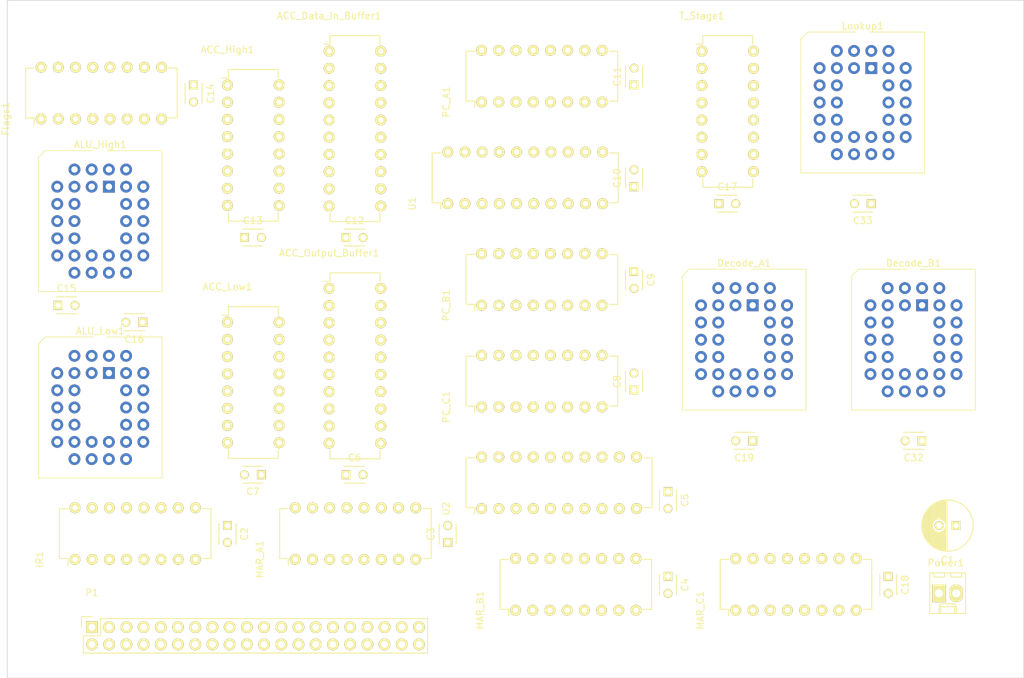
<source format=kicad_pcb>
(kicad_pcb (version 4) (host pcbnew 4.0.4-snap1-stable)

  (general
    (links 375)
    (no_connects 338)
    (area 59.949999 59.949999 210.050001 160.050001)
    (thickness 1.6)
    (drawings 4)
    (tracks 0)
    (zones 0)
    (modules 43)
    (nets 93)
  )

  (page A4)
  (layers
    (0 F.Cu signal)
    (31 B.Cu signal)
    (32 B.Adhes user)
    (33 F.Adhes user)
    (34 B.Paste user)
    (35 F.Paste user)
    (36 B.SilkS user)
    (37 F.SilkS user)
    (38 B.Mask user)
    (39 F.Mask user)
    (40 Dwgs.User user)
    (41 Cmts.User user)
    (42 Eco1.User user)
    (43 Eco2.User user)
    (44 Edge.Cuts user)
    (45 Margin user)
    (46 B.CrtYd user)
    (47 F.CrtYd user)
    (48 B.Fab user)
    (49 F.Fab user)
  )

  (setup
    (last_trace_width 0.25)
    (trace_clearance 0.2)
    (zone_clearance 0.508)
    (zone_45_only no)
    (trace_min 0.2)
    (segment_width 0.2)
    (edge_width 0.1)
    (via_size 0.6)
    (via_drill 0.4)
    (via_min_size 0.4)
    (via_min_drill 0.3)
    (uvia_size 0.3)
    (uvia_drill 0.1)
    (uvias_allowed no)
    (uvia_min_size 0.2)
    (uvia_min_drill 0.1)
    (pcb_text_width 0.3)
    (pcb_text_size 1.5 1.5)
    (mod_edge_width 0.15)
    (mod_text_size 1 1)
    (mod_text_width 0.15)
    (pad_size 1.5 1.5)
    (pad_drill 0.6)
    (pad_to_mask_clearance 0)
    (aux_axis_origin 0 0)
    (visible_elements FFFFF77F)
    (pcbplotparams
      (layerselection 0x00030_80000001)
      (usegerberextensions false)
      (excludeedgelayer true)
      (linewidth 0.100000)
      (plotframeref false)
      (viasonmask false)
      (mode 1)
      (useauxorigin false)
      (hpglpennumber 1)
      (hpglpenspeed 20)
      (hpglpendiameter 15)
      (hpglpenoverlay 2)
      (psnegative false)
      (psa4output false)
      (plotreference true)
      (plotvalue true)
      (plotinvisibletext false)
      (padsonsilk false)
      (subtractmaskfromsilk false)
      (outputformat 1)
      (mirror false)
      (drillshape 1)
      (scaleselection 1)
      (outputdirectory ""))
  )

  (net 0 "")
  (net 1 VCC)
  (net 2 Data0)
  (net 3 Data1)
  (net 4 Data2)
  (net 5 Data3)
  (net 6 Data4)
  (net 7 Data5)
  (net 8 Data6)
  (net 9 Data7)
  (net 10 GND)
  (net 11 /ALU/ALU_Output7)
  (net 12 /ALU/ALU_Output6)
  (net 13 /ALU/ALU_Output5)
  (net 14 /ALU/ALU_Output4)
  (net 15 /ALU/ALU_Output3)
  (net 16 /ALU/ALU_Output2)
  (net 17 /ALU/ALU_Output1)
  (net 18 /ALU/ALU_Output0)
  (net 19 Ctrl_ACC_Source)
  (net 20 /ALU/ALU_A4)
  (net 21 /ALU/ALU_A5)
  (net 22 /ALU/ALU_A6)
  (net 23 /ALU/ALU_A7)
  (net 24 Clock)
  (net 25 Ctrl_ACC_Input)
  (net 26 Reset)
  (net 27 /ALU/ALU_A0)
  (net 28 /ALU/ALU_A1)
  (net 29 /ALU/ALU_A2)
  (net 30 /ALU/ALU_A3)
  (net 31 Ctrl_ACC_Output)
  (net 32 IR1)
  (net 33 "Net-(ALU_High1-Pad29)")
  (net 34 IR2)
  (net 35 "Net-(ALU_High1-Pad19)")
  (net 36 "Net-(ALU_High1-Pad20)")
  (net 37 "Net-(ALU_High1-Pad24)")
  (net 38 "Net-(ALU_High1-Pad28)")
  (net 39 "Net-(ALU_High1-Pad21)")
  (net 40 Ctrl_ALU_Enable)
  (net 41 IR0)
  (net 42 ALU_Flag0)
  (net 43 "Net-(Decode_A1-Pad8)")
  (net 44 "Net-(Decode_A1-Pad10)")
  (net 45 "Net-(Decode_A1-Pad9)")
  (net 46 "Net-(Decode_A1-Pad11)")
  (net 47 Ctrl_PC_Input)
  (net 48 Ctrl_PC_Count)
  (net 49 Ctrl_PC_Output)
  (net 50 Ctrl_Mem_W)
  (net 51 Ctrl_MAR_Output)
  (net 52 Ctrl_MAR_Low_Input)
  (net 53 Ctrl_Mem_R)
  (net 54 Ctrl_MAR_High_Input)
  (net 55 ALU_Flag1)
  (net 56 ALU_Flag2)
  (net 57 IR3)
  (net 58 "Net-(Lookup1-Pad8)")
  (net 59 "Net-(Lookup1-Pad10)")
  (net 60 DMA)
  (net 61 "Net-(Lookup1-Pad9)")
  (net 62 "Net-(Lookup1-Pad11)")
  (net 63 "Net-(Lookup1-Pad13)")
  (net 64 "Net-(Lookup1-Pad15)")
  (net 65 "Net-(Lookup1-Pad14)")
  (net 66 "Net-(Lookup1-Pad18)")
  (net 67 Address0)
  (net 68 Address1)
  (net 69 Address2)
  (net 70 Address3)
  (net 71 Address4)
  (net 72 Address5)
  (net 73 Address6)
  (net 74 Address7)
  (net 75 Address8)
  (net 76 Address9)
  (net 77 Address10)
  (net 78 Address11)
  (net 79 "Net-(PC_A1-Pad11)")
  (net 80 "Net-(PC_A1-Pad12)")
  (net 81 "Net-(PC_A1-Pad13)")
  (net 82 "Net-(PC_A1-Pad14)")
  (net 83 "Net-(PC_A1-Pad15)")
  (net 84 "Net-(PC_B1-Pad11)")
  (net 85 "Net-(PC_B1-Pad12)")
  (net 86 "Net-(PC_B1-Pad13)")
  (net 87 "Net-(PC_B1-Pad14)")
  (net 88 "Net-(PC_B1-Pad15)")
  (net 89 "Net-(PC_C1-Pad11)")
  (net 90 "Net-(PC_C1-Pad12)")
  (net 91 "Net-(PC_C1-Pad13)")
  (net 92 "Net-(PC_C1-Pad14)")

  (net_class Default "This is the default net class."
    (clearance 0.2)
    (trace_width 0.25)
    (via_dia 0.6)
    (via_drill 0.4)
    (uvia_dia 0.3)
    (uvia_drill 0.1)
    (add_net /ALU/ALU_A0)
    (add_net /ALU/ALU_A1)
    (add_net /ALU/ALU_A2)
    (add_net /ALU/ALU_A3)
    (add_net /ALU/ALU_A4)
    (add_net /ALU/ALU_A5)
    (add_net /ALU/ALU_A6)
    (add_net /ALU/ALU_A7)
    (add_net /ALU/ALU_Output0)
    (add_net /ALU/ALU_Output1)
    (add_net /ALU/ALU_Output2)
    (add_net /ALU/ALU_Output3)
    (add_net /ALU/ALU_Output4)
    (add_net /ALU/ALU_Output5)
    (add_net /ALU/ALU_Output6)
    (add_net /ALU/ALU_Output7)
    (add_net ALU_Flag0)
    (add_net ALU_Flag1)
    (add_net ALU_Flag2)
    (add_net Address0)
    (add_net Address1)
    (add_net Address10)
    (add_net Address11)
    (add_net Address2)
    (add_net Address3)
    (add_net Address4)
    (add_net Address5)
    (add_net Address6)
    (add_net Address7)
    (add_net Address8)
    (add_net Address9)
    (add_net Clock)
    (add_net Ctrl_ACC_Input)
    (add_net Ctrl_ACC_Output)
    (add_net Ctrl_ACC_Source)
    (add_net Ctrl_ALU_Enable)
    (add_net Ctrl_MAR_High_Input)
    (add_net Ctrl_MAR_Low_Input)
    (add_net Ctrl_MAR_Output)
    (add_net Ctrl_Mem_R)
    (add_net Ctrl_Mem_W)
    (add_net Ctrl_PC_Count)
    (add_net Ctrl_PC_Input)
    (add_net Ctrl_PC_Output)
    (add_net DMA)
    (add_net Data0)
    (add_net Data1)
    (add_net Data2)
    (add_net Data3)
    (add_net Data4)
    (add_net Data5)
    (add_net Data6)
    (add_net Data7)
    (add_net GND)
    (add_net IR0)
    (add_net IR1)
    (add_net IR2)
    (add_net IR3)
    (add_net "Net-(ALU_High1-Pad19)")
    (add_net "Net-(ALU_High1-Pad20)")
    (add_net "Net-(ALU_High1-Pad21)")
    (add_net "Net-(ALU_High1-Pad24)")
    (add_net "Net-(ALU_High1-Pad28)")
    (add_net "Net-(ALU_High1-Pad29)")
    (add_net "Net-(Decode_A1-Pad10)")
    (add_net "Net-(Decode_A1-Pad11)")
    (add_net "Net-(Decode_A1-Pad8)")
    (add_net "Net-(Decode_A1-Pad9)")
    (add_net "Net-(Lookup1-Pad10)")
    (add_net "Net-(Lookup1-Pad11)")
    (add_net "Net-(Lookup1-Pad13)")
    (add_net "Net-(Lookup1-Pad14)")
    (add_net "Net-(Lookup1-Pad15)")
    (add_net "Net-(Lookup1-Pad18)")
    (add_net "Net-(Lookup1-Pad8)")
    (add_net "Net-(Lookup1-Pad9)")
    (add_net "Net-(PC_A1-Pad11)")
    (add_net "Net-(PC_A1-Pad12)")
    (add_net "Net-(PC_A1-Pad13)")
    (add_net "Net-(PC_A1-Pad14)")
    (add_net "Net-(PC_A1-Pad15)")
    (add_net "Net-(PC_B1-Pad11)")
    (add_net "Net-(PC_B1-Pad12)")
    (add_net "Net-(PC_B1-Pad13)")
    (add_net "Net-(PC_B1-Pad14)")
    (add_net "Net-(PC_B1-Pad15)")
    (add_net "Net-(PC_C1-Pad11)")
    (add_net "Net-(PC_C1-Pad12)")
    (add_net "Net-(PC_C1-Pad13)")
    (add_net "Net-(PC_C1-Pad14)")
    (add_net Reset)
    (add_net VCC)
  )

  (module Housings_DIP:DIP-20_W7.62mm (layer F.Cu) (tedit 54130A77) (tstamp 5BB5DB12)
    (at 107.5 67.5)
    (descr "20-lead dip package, row spacing 7.62 mm (300 mils)")
    (tags "dil dip 2.54 300")
    (path /5A0C3FBD/5A0C4104)
    (fp_text reference ACC_Data_In_Buffer1 (at 0 -5.22) (layer F.SilkS)
      (effects (font (size 1 1) (thickness 0.15)))
    )
    (fp_text value 74LS245 (at 0 -3.72) (layer F.Fab)
      (effects (font (size 1 1) (thickness 0.15)))
    )
    (fp_line (start -1.05 -2.45) (end -1.05 25.35) (layer F.CrtYd) (width 0.05))
    (fp_line (start 8.65 -2.45) (end 8.65 25.35) (layer F.CrtYd) (width 0.05))
    (fp_line (start -1.05 -2.45) (end 8.65 -2.45) (layer F.CrtYd) (width 0.05))
    (fp_line (start -1.05 25.35) (end 8.65 25.35) (layer F.CrtYd) (width 0.05))
    (fp_line (start 0.135 -2.295) (end 0.135 -1.025) (layer F.SilkS) (width 0.15))
    (fp_line (start 7.485 -2.295) (end 7.485 -1.025) (layer F.SilkS) (width 0.15))
    (fp_line (start 7.485 25.155) (end 7.485 23.885) (layer F.SilkS) (width 0.15))
    (fp_line (start 0.135 25.155) (end 0.135 23.885) (layer F.SilkS) (width 0.15))
    (fp_line (start 0.135 -2.295) (end 7.485 -2.295) (layer F.SilkS) (width 0.15))
    (fp_line (start 0.135 25.155) (end 7.485 25.155) (layer F.SilkS) (width 0.15))
    (fp_line (start 0.135 -1.025) (end -0.8 -1.025) (layer F.SilkS) (width 0.15))
    (pad 1 thru_hole oval (at 0 0) (size 1.6 1.6) (drill 0.8) (layers *.Cu *.Mask F.SilkS)
      (net 1 VCC))
    (pad 2 thru_hole oval (at 0 2.54) (size 1.6 1.6) (drill 0.8) (layers *.Cu *.Mask F.SilkS)
      (net 2 Data0))
    (pad 3 thru_hole oval (at 0 5.08) (size 1.6 1.6) (drill 0.8) (layers *.Cu *.Mask F.SilkS)
      (net 3 Data1))
    (pad 4 thru_hole oval (at 0 7.62) (size 1.6 1.6) (drill 0.8) (layers *.Cu *.Mask F.SilkS)
      (net 4 Data2))
    (pad 5 thru_hole oval (at 0 10.16) (size 1.6 1.6) (drill 0.8) (layers *.Cu *.Mask F.SilkS)
      (net 5 Data3))
    (pad 6 thru_hole oval (at 0 12.7) (size 1.6 1.6) (drill 0.8) (layers *.Cu *.Mask F.SilkS)
      (net 6 Data4))
    (pad 7 thru_hole oval (at 0 15.24) (size 1.6 1.6) (drill 0.8) (layers *.Cu *.Mask F.SilkS)
      (net 7 Data5))
    (pad 8 thru_hole oval (at 0 17.78) (size 1.6 1.6) (drill 0.8) (layers *.Cu *.Mask F.SilkS)
      (net 8 Data6))
    (pad 9 thru_hole oval (at 0 20.32) (size 1.6 1.6) (drill 0.8) (layers *.Cu *.Mask F.SilkS)
      (net 9 Data7))
    (pad 10 thru_hole oval (at 0 22.86) (size 1.6 1.6) (drill 0.8) (layers *.Cu *.Mask F.SilkS)
      (net 10 GND))
    (pad 11 thru_hole oval (at 7.62 22.86) (size 1.6 1.6) (drill 0.8) (layers *.Cu *.Mask F.SilkS)
      (net 11 /ALU/ALU_Output7))
    (pad 12 thru_hole oval (at 7.62 20.32) (size 1.6 1.6) (drill 0.8) (layers *.Cu *.Mask F.SilkS)
      (net 12 /ALU/ALU_Output6))
    (pad 13 thru_hole oval (at 7.62 17.78) (size 1.6 1.6) (drill 0.8) (layers *.Cu *.Mask F.SilkS)
      (net 13 /ALU/ALU_Output5))
    (pad 14 thru_hole oval (at 7.62 15.24) (size 1.6 1.6) (drill 0.8) (layers *.Cu *.Mask F.SilkS)
      (net 14 /ALU/ALU_Output4))
    (pad 15 thru_hole oval (at 7.62 12.7) (size 1.6 1.6) (drill 0.8) (layers *.Cu *.Mask F.SilkS)
      (net 15 /ALU/ALU_Output3))
    (pad 16 thru_hole oval (at 7.62 10.16) (size 1.6 1.6) (drill 0.8) (layers *.Cu *.Mask F.SilkS)
      (net 16 /ALU/ALU_Output2))
    (pad 17 thru_hole oval (at 7.62 7.62) (size 1.6 1.6) (drill 0.8) (layers *.Cu *.Mask F.SilkS)
      (net 17 /ALU/ALU_Output1))
    (pad 18 thru_hole oval (at 7.62 5.08) (size 1.6 1.6) (drill 0.8) (layers *.Cu *.Mask F.SilkS)
      (net 18 /ALU/ALU_Output0))
    (pad 19 thru_hole oval (at 7.62 2.54) (size 1.6 1.6) (drill 0.8) (layers *.Cu *.Mask F.SilkS)
      (net 19 Ctrl_ACC_Source))
    (pad 20 thru_hole oval (at 7.62 0) (size 1.6 1.6) (drill 0.8) (layers *.Cu *.Mask F.SilkS)
      (net 1 VCC))
    (model Housings_DIP.3dshapes/DIP-20_W7.62mm.wrl
      (at (xyz 0 0 0))
      (scale (xyz 1 1 1))
      (rotate (xyz 0 0 0))
    )
  )

  (module Housings_DIP:DIP-16_W7.62mm (layer F.Cu) (tedit 54130A77) (tstamp 5BB5DB26)
    (at 92.5 72.5)
    (descr "16-lead dip package, row spacing 7.62 mm (300 mils)")
    (tags "dil dip 2.54 300")
    (path /5A0C3FBD/5A0C4103)
    (fp_text reference ACC_High1 (at 0 -5.22) (layer F.SilkS)
      (effects (font (size 1 1) (thickness 0.15)))
    )
    (fp_text value 74LS173 (at 0 -3.72) (layer F.Fab)
      (effects (font (size 1 1) (thickness 0.15)))
    )
    (fp_line (start -1.05 -2.45) (end -1.05 20.25) (layer F.CrtYd) (width 0.05))
    (fp_line (start 8.65 -2.45) (end 8.65 20.25) (layer F.CrtYd) (width 0.05))
    (fp_line (start -1.05 -2.45) (end 8.65 -2.45) (layer F.CrtYd) (width 0.05))
    (fp_line (start -1.05 20.25) (end 8.65 20.25) (layer F.CrtYd) (width 0.05))
    (fp_line (start 0.135 -2.295) (end 0.135 -1.025) (layer F.SilkS) (width 0.15))
    (fp_line (start 7.485 -2.295) (end 7.485 -1.025) (layer F.SilkS) (width 0.15))
    (fp_line (start 7.485 20.075) (end 7.485 18.805) (layer F.SilkS) (width 0.15))
    (fp_line (start 0.135 20.075) (end 0.135 18.805) (layer F.SilkS) (width 0.15))
    (fp_line (start 0.135 -2.295) (end 7.485 -2.295) (layer F.SilkS) (width 0.15))
    (fp_line (start 0.135 20.075) (end 7.485 20.075) (layer F.SilkS) (width 0.15))
    (fp_line (start 0.135 -1.025) (end -0.8 -1.025) (layer F.SilkS) (width 0.15))
    (pad 1 thru_hole oval (at 0 0) (size 1.6 1.6) (drill 0.8) (layers *.Cu *.Mask F.SilkS)
      (net 10 GND))
    (pad 2 thru_hole oval (at 0 2.54) (size 1.6 1.6) (drill 0.8) (layers *.Cu *.Mask F.SilkS)
      (net 10 GND))
    (pad 3 thru_hole oval (at 0 5.08) (size 1.6 1.6) (drill 0.8) (layers *.Cu *.Mask F.SilkS)
      (net 20 /ALU/ALU_A4))
    (pad 4 thru_hole oval (at 0 7.62) (size 1.6 1.6) (drill 0.8) (layers *.Cu *.Mask F.SilkS)
      (net 21 /ALU/ALU_A5))
    (pad 5 thru_hole oval (at 0 10.16) (size 1.6 1.6) (drill 0.8) (layers *.Cu *.Mask F.SilkS)
      (net 22 /ALU/ALU_A6))
    (pad 6 thru_hole oval (at 0 12.7) (size 1.6 1.6) (drill 0.8) (layers *.Cu *.Mask F.SilkS)
      (net 23 /ALU/ALU_A7))
    (pad 7 thru_hole oval (at 0 15.24) (size 1.6 1.6) (drill 0.8) (layers *.Cu *.Mask F.SilkS)
      (net 24 Clock))
    (pad 8 thru_hole oval (at 0 17.78) (size 1.6 1.6) (drill 0.8) (layers *.Cu *.Mask F.SilkS)
      (net 10 GND))
    (pad 9 thru_hole oval (at 7.62 17.78) (size 1.6 1.6) (drill 0.8) (layers *.Cu *.Mask F.SilkS)
      (net 25 Ctrl_ACC_Input))
    (pad 10 thru_hole oval (at 7.62 15.24) (size 1.6 1.6) (drill 0.8) (layers *.Cu *.Mask F.SilkS)
      (net 25 Ctrl_ACC_Input))
    (pad 11 thru_hole oval (at 7.62 12.7) (size 1.6 1.6) (drill 0.8) (layers *.Cu *.Mask F.SilkS)
      (net 11 /ALU/ALU_Output7))
    (pad 12 thru_hole oval (at 7.62 10.16) (size 1.6 1.6) (drill 0.8) (layers *.Cu *.Mask F.SilkS)
      (net 12 /ALU/ALU_Output6))
    (pad 13 thru_hole oval (at 7.62 7.62) (size 1.6 1.6) (drill 0.8) (layers *.Cu *.Mask F.SilkS)
      (net 13 /ALU/ALU_Output5))
    (pad 14 thru_hole oval (at 7.62 5.08) (size 1.6 1.6) (drill 0.8) (layers *.Cu *.Mask F.SilkS)
      (net 14 /ALU/ALU_Output4))
    (pad 15 thru_hole oval (at 7.62 2.54) (size 1.6 1.6) (drill 0.8) (layers *.Cu *.Mask F.SilkS)
      (net 26 Reset))
    (pad 16 thru_hole oval (at 7.62 0) (size 1.6 1.6) (drill 0.8) (layers *.Cu *.Mask F.SilkS)
      (net 1 VCC))
    (model Housings_DIP.3dshapes/DIP-16_W7.62mm.wrl
      (at (xyz 0 0 0))
      (scale (xyz 1 1 1))
      (rotate (xyz 0 0 0))
    )
  )

  (module Housings_DIP:DIP-16_W7.62mm (layer F.Cu) (tedit 54130A77) (tstamp 5BB5DB3A)
    (at 92.5 107.5)
    (descr "16-lead dip package, row spacing 7.62 mm (300 mils)")
    (tags "dil dip 2.54 300")
    (path /5A0C3FBD/5A0C4102)
    (fp_text reference ACC_Low1 (at 0 -5.22) (layer F.SilkS)
      (effects (font (size 1 1) (thickness 0.15)))
    )
    (fp_text value 74LS173 (at 0 -3.72) (layer F.Fab)
      (effects (font (size 1 1) (thickness 0.15)))
    )
    (fp_line (start -1.05 -2.45) (end -1.05 20.25) (layer F.CrtYd) (width 0.05))
    (fp_line (start 8.65 -2.45) (end 8.65 20.25) (layer F.CrtYd) (width 0.05))
    (fp_line (start -1.05 -2.45) (end 8.65 -2.45) (layer F.CrtYd) (width 0.05))
    (fp_line (start -1.05 20.25) (end 8.65 20.25) (layer F.CrtYd) (width 0.05))
    (fp_line (start 0.135 -2.295) (end 0.135 -1.025) (layer F.SilkS) (width 0.15))
    (fp_line (start 7.485 -2.295) (end 7.485 -1.025) (layer F.SilkS) (width 0.15))
    (fp_line (start 7.485 20.075) (end 7.485 18.805) (layer F.SilkS) (width 0.15))
    (fp_line (start 0.135 20.075) (end 0.135 18.805) (layer F.SilkS) (width 0.15))
    (fp_line (start 0.135 -2.295) (end 7.485 -2.295) (layer F.SilkS) (width 0.15))
    (fp_line (start 0.135 20.075) (end 7.485 20.075) (layer F.SilkS) (width 0.15))
    (fp_line (start 0.135 -1.025) (end -0.8 -1.025) (layer F.SilkS) (width 0.15))
    (pad 1 thru_hole oval (at 0 0) (size 1.6 1.6) (drill 0.8) (layers *.Cu *.Mask F.SilkS)
      (net 10 GND))
    (pad 2 thru_hole oval (at 0 2.54) (size 1.6 1.6) (drill 0.8) (layers *.Cu *.Mask F.SilkS)
      (net 10 GND))
    (pad 3 thru_hole oval (at 0 5.08) (size 1.6 1.6) (drill 0.8) (layers *.Cu *.Mask F.SilkS)
      (net 27 /ALU/ALU_A0))
    (pad 4 thru_hole oval (at 0 7.62) (size 1.6 1.6) (drill 0.8) (layers *.Cu *.Mask F.SilkS)
      (net 28 /ALU/ALU_A1))
    (pad 5 thru_hole oval (at 0 10.16) (size 1.6 1.6) (drill 0.8) (layers *.Cu *.Mask F.SilkS)
      (net 29 /ALU/ALU_A2))
    (pad 6 thru_hole oval (at 0 12.7) (size 1.6 1.6) (drill 0.8) (layers *.Cu *.Mask F.SilkS)
      (net 30 /ALU/ALU_A3))
    (pad 7 thru_hole oval (at 0 15.24) (size 1.6 1.6) (drill 0.8) (layers *.Cu *.Mask F.SilkS)
      (net 24 Clock))
    (pad 8 thru_hole oval (at 0 17.78) (size 1.6 1.6) (drill 0.8) (layers *.Cu *.Mask F.SilkS)
      (net 10 GND))
    (pad 9 thru_hole oval (at 7.62 17.78) (size 1.6 1.6) (drill 0.8) (layers *.Cu *.Mask F.SilkS)
      (net 25 Ctrl_ACC_Input))
    (pad 10 thru_hole oval (at 7.62 15.24) (size 1.6 1.6) (drill 0.8) (layers *.Cu *.Mask F.SilkS)
      (net 25 Ctrl_ACC_Input))
    (pad 11 thru_hole oval (at 7.62 12.7) (size 1.6 1.6) (drill 0.8) (layers *.Cu *.Mask F.SilkS)
      (net 15 /ALU/ALU_Output3))
    (pad 12 thru_hole oval (at 7.62 10.16) (size 1.6 1.6) (drill 0.8) (layers *.Cu *.Mask F.SilkS)
      (net 16 /ALU/ALU_Output2))
    (pad 13 thru_hole oval (at 7.62 7.62) (size 1.6 1.6) (drill 0.8) (layers *.Cu *.Mask F.SilkS)
      (net 17 /ALU/ALU_Output1))
    (pad 14 thru_hole oval (at 7.62 5.08) (size 1.6 1.6) (drill 0.8) (layers *.Cu *.Mask F.SilkS)
      (net 18 /ALU/ALU_Output0))
    (pad 15 thru_hole oval (at 7.62 2.54) (size 1.6 1.6) (drill 0.8) (layers *.Cu *.Mask F.SilkS)
      (net 26 Reset))
    (pad 16 thru_hole oval (at 7.62 0) (size 1.6 1.6) (drill 0.8) (layers *.Cu *.Mask F.SilkS)
      (net 1 VCC))
    (model Housings_DIP.3dshapes/DIP-16_W7.62mm.wrl
      (at (xyz 0 0 0))
      (scale (xyz 1 1 1))
      (rotate (xyz 0 0 0))
    )
  )

  (module Housings_DIP:DIP-20_W7.62mm (layer F.Cu) (tedit 54130A77) (tstamp 5BB5DB52)
    (at 107.5 102.5)
    (descr "20-lead dip package, row spacing 7.62 mm (300 mils)")
    (tags "dil dip 2.54 300")
    (path /5A0C3FBD/5A0C4106)
    (fp_text reference ACC_Output_Buffer1 (at 0 -5.22) (layer F.SilkS)
      (effects (font (size 1 1) (thickness 0.15)))
    )
    (fp_text value 74LS245 (at 0 -3.72) (layer F.Fab)
      (effects (font (size 1 1) (thickness 0.15)))
    )
    (fp_line (start -1.05 -2.45) (end -1.05 25.35) (layer F.CrtYd) (width 0.05))
    (fp_line (start 8.65 -2.45) (end 8.65 25.35) (layer F.CrtYd) (width 0.05))
    (fp_line (start -1.05 -2.45) (end 8.65 -2.45) (layer F.CrtYd) (width 0.05))
    (fp_line (start -1.05 25.35) (end 8.65 25.35) (layer F.CrtYd) (width 0.05))
    (fp_line (start 0.135 -2.295) (end 0.135 -1.025) (layer F.SilkS) (width 0.15))
    (fp_line (start 7.485 -2.295) (end 7.485 -1.025) (layer F.SilkS) (width 0.15))
    (fp_line (start 7.485 25.155) (end 7.485 23.885) (layer F.SilkS) (width 0.15))
    (fp_line (start 0.135 25.155) (end 0.135 23.885) (layer F.SilkS) (width 0.15))
    (fp_line (start 0.135 -2.295) (end 7.485 -2.295) (layer F.SilkS) (width 0.15))
    (fp_line (start 0.135 25.155) (end 7.485 25.155) (layer F.SilkS) (width 0.15))
    (fp_line (start 0.135 -1.025) (end -0.8 -1.025) (layer F.SilkS) (width 0.15))
    (pad 1 thru_hole oval (at 0 0) (size 1.6 1.6) (drill 0.8) (layers *.Cu *.Mask F.SilkS)
      (net 10 GND))
    (pad 2 thru_hole oval (at 0 2.54) (size 1.6 1.6) (drill 0.8) (layers *.Cu *.Mask F.SilkS)
      (net 2 Data0))
    (pad 3 thru_hole oval (at 0 5.08) (size 1.6 1.6) (drill 0.8) (layers *.Cu *.Mask F.SilkS)
      (net 3 Data1))
    (pad 4 thru_hole oval (at 0 7.62) (size 1.6 1.6) (drill 0.8) (layers *.Cu *.Mask F.SilkS)
      (net 4 Data2))
    (pad 5 thru_hole oval (at 0 10.16) (size 1.6 1.6) (drill 0.8) (layers *.Cu *.Mask F.SilkS)
      (net 5 Data3))
    (pad 6 thru_hole oval (at 0 12.7) (size 1.6 1.6) (drill 0.8) (layers *.Cu *.Mask F.SilkS)
      (net 6 Data4))
    (pad 7 thru_hole oval (at 0 15.24) (size 1.6 1.6) (drill 0.8) (layers *.Cu *.Mask F.SilkS)
      (net 7 Data5))
    (pad 8 thru_hole oval (at 0 17.78) (size 1.6 1.6) (drill 0.8) (layers *.Cu *.Mask F.SilkS)
      (net 8 Data6))
    (pad 9 thru_hole oval (at 0 20.32) (size 1.6 1.6) (drill 0.8) (layers *.Cu *.Mask F.SilkS)
      (net 9 Data7))
    (pad 10 thru_hole oval (at 0 22.86) (size 1.6 1.6) (drill 0.8) (layers *.Cu *.Mask F.SilkS)
      (net 10 GND))
    (pad 11 thru_hole oval (at 7.62 22.86) (size 1.6 1.6) (drill 0.8) (layers *.Cu *.Mask F.SilkS)
      (net 23 /ALU/ALU_A7))
    (pad 12 thru_hole oval (at 7.62 20.32) (size 1.6 1.6) (drill 0.8) (layers *.Cu *.Mask F.SilkS)
      (net 22 /ALU/ALU_A6))
    (pad 13 thru_hole oval (at 7.62 17.78) (size 1.6 1.6) (drill 0.8) (layers *.Cu *.Mask F.SilkS)
      (net 21 /ALU/ALU_A5))
    (pad 14 thru_hole oval (at 7.62 15.24) (size 1.6 1.6) (drill 0.8) (layers *.Cu *.Mask F.SilkS)
      (net 20 /ALU/ALU_A4))
    (pad 15 thru_hole oval (at 7.62 12.7) (size 1.6 1.6) (drill 0.8) (layers *.Cu *.Mask F.SilkS)
      (net 30 /ALU/ALU_A3))
    (pad 16 thru_hole oval (at 7.62 10.16) (size 1.6 1.6) (drill 0.8) (layers *.Cu *.Mask F.SilkS)
      (net 29 /ALU/ALU_A2))
    (pad 17 thru_hole oval (at 7.62 7.62) (size 1.6 1.6) (drill 0.8) (layers *.Cu *.Mask F.SilkS)
      (net 28 /ALU/ALU_A1))
    (pad 18 thru_hole oval (at 7.62 5.08) (size 1.6 1.6) (drill 0.8) (layers *.Cu *.Mask F.SilkS)
      (net 27 /ALU/ALU_A0))
    (pad 19 thru_hole oval (at 7.62 2.54) (size 1.6 1.6) (drill 0.8) (layers *.Cu *.Mask F.SilkS)
      (net 31 Ctrl_ACC_Output))
    (pad 20 thru_hole oval (at 7.62 0) (size 1.6 1.6) (drill 0.8) (layers *.Cu *.Mask F.SilkS)
      (net 1 VCC))
    (model Housings_DIP.3dshapes/DIP-20_W7.62mm.wrl
      (at (xyz 0 0 0))
      (scale (xyz 1 1 1))
      (rotate (xyz 0 0 0))
    )
  )

  (module PLCC32_bugfix:PLCC-32_THT-Socket_bugfix (layer F.Cu) (tedit 5A0ED245) (tstamp 5BB5DB77)
    (at 75 87.5)
    (descr "PLCC, 32 pins, through hole")
    (tags "plcc leaded")
    (path /5A0C5E47/5A0F23C9)
    (fp_text reference ALU_High1 (at -1.27 -6.22) (layer F.SilkS)
      (effects (font (size 1 1) (thickness 0.15)))
    )
    (fp_text value AT28HC256 (at -1.27 16.38) (layer F.Fab)
      (effects (font (size 1 1) (thickness 0.15)))
    )
    (fp_line (start -9.295 -5.22) (end -10.295 -4.22) (layer F.Fab) (width 0.1))
    (fp_line (start -10.295 -4.22) (end -10.295 15.38) (layer F.Fab) (width 0.1))
    (fp_line (start -10.295 15.38) (end 7.755 15.38) (layer F.Fab) (width 0.1))
    (fp_line (start 7.755 15.38) (end 7.755 -5.22) (layer F.Fab) (width 0.1))
    (fp_line (start 7.755 -5.22) (end -9.295 -5.22) (layer F.Fab) (width 0.1))
    (fp_line (start -10.77 -5.72) (end -10.77 15.88) (layer F.CrtYd) (width 0.05))
    (fp_line (start -10.77 15.88) (end 8.23 15.88) (layer F.CrtYd) (width 0.05))
    (fp_line (start 8.23 15.88) (end 8.23 -5.72) (layer F.CrtYd) (width 0.05))
    (fp_line (start 8.23 -5.72) (end -10.77 -5.72) (layer F.CrtYd) (width 0.05))
    (fp_line (start -7.755 -2.68) (end -7.755 12.84) (layer F.Fab) (width 0.1))
    (fp_line (start -7.755 12.84) (end 5.215 12.84) (layer F.Fab) (width 0.1))
    (fp_line (start 5.215 12.84) (end 5.215 -2.68) (layer F.Fab) (width 0.1))
    (fp_line (start 5.215 -2.68) (end -7.755 -2.68) (layer F.Fab) (width 0.1))
    (fp_line (start -1.77 -5.22) (end -1.27 -4.22) (layer F.Fab) (width 0.1))
    (fp_line (start -1.27 -4.22) (end -0.77 -5.22) (layer F.Fab) (width 0.1))
    (fp_line (start -2.27 -5.32) (end -9.395 -5.32) (layer F.SilkS) (width 0.12))
    (fp_line (start -9.395 -5.32) (end -10.395 -4.32) (layer F.SilkS) (width 0.12))
    (fp_line (start -10.395 -4.32) (end -10.395 15.48) (layer F.SilkS) (width 0.12))
    (fp_line (start -10.395 15.48) (end 7.855 15.48) (layer F.SilkS) (width 0.12))
    (fp_line (start 7.855 15.48) (end 7.855 -5.32) (layer F.SilkS) (width 0.12))
    (fp_line (start 7.855 -5.32) (end -0.27 -5.32) (layer F.SilkS) (width 0.12))
    (fp_text user %R (at -1.27 5.08) (layer F.Fab)
      (effects (font (size 1 1) (thickness 0.15)))
    )
    (pad 1 thru_hole rect (at 0 0) (size 1.75 1.75) (drill 0.95) (layers *.Cu *.Mask))
    (pad 3 thru_hole circle (at -2.54 0) (size 1.75 1.75) (drill 0.95) (layers *.Cu *.Mask)
      (net 32 IR1))
    (pad 31 thru_hole circle (at 2.54 0) (size 1.75 1.75) (drill 0.95) (layers *.Cu *.Mask)
      (net 1 VCC))
    (pad 29 thru_hole circle (at 5.08 0) (size 1.75 1.75) (drill 0.95) (layers *.Cu *.Mask)
      (net 33 "Net-(ALU_High1-Pad29)"))
    (pad 2 thru_hole circle (at -2.54 -2.54) (size 1.75 1.75) (drill 0.95) (layers *.Cu *.Mask)
      (net 10 GND))
    (pad 4 thru_hole circle (at -5.08 -2.54) (size 1.75 1.75) (drill 0.95) (layers *.Cu *.Mask)
      (net 9 Data7))
    (pad 32 thru_hole circle (at 0 -2.54) (size 1.75 1.75) (drill 0.95) (layers *.Cu *.Mask)
      (net 1 VCC))
    (pad 30 thru_hole circle (at 2.54 -2.54) (size 1.75 1.75) (drill 0.95) (layers *.Cu *.Mask)
      (net 34 IR2))
    (pad 6 thru_hole circle (at -5.08 0) (size 1.75 1.75) (drill 0.95) (layers *.Cu *.Mask)
      (net 7 Data5))
    (pad 8 thru_hole circle (at -5.08 2.54) (size 1.75 1.75) (drill 0.95) (layers *.Cu *.Mask)
      (net 23 /ALU/ALU_A7))
    (pad 10 thru_hole circle (at -5.08 5.08) (size 1.75 1.75) (drill 0.95) (layers *.Cu *.Mask)
      (net 21 /ALU/ALU_A5))
    (pad 12 thru_hole circle (at -5.08 7.62) (size 1.75 1.75) (drill 0.95) (layers *.Cu *.Mask))
    (pad 5 thru_hole circle (at -7.62 0) (size 1.75 1.75) (drill 0.95) (layers *.Cu *.Mask)
      (net 8 Data6))
    (pad 7 thru_hole circle (at -7.62 2.54) (size 1.75 1.75) (drill 0.95) (layers *.Cu *.Mask)
      (net 6 Data4))
    (pad 9 thru_hole circle (at -7.62 5.08) (size 1.75 1.75) (drill 0.95) (layers *.Cu *.Mask)
      (net 22 /ALU/ALU_A6))
    (pad 11 thru_hole circle (at -7.62 7.62) (size 1.75 1.75) (drill 0.95) (layers *.Cu *.Mask)
      (net 20 /ALU/ALU_A4))
    (pad 13 thru_hole circle (at -7.62 10.16) (size 1.75 1.75) (drill 0.95) (layers *.Cu *.Mask)
      (net 14 /ALU/ALU_Output4))
    (pad 15 thru_hole circle (at -5.08 10.16) (size 1.75 1.75) (drill 0.95) (layers *.Cu *.Mask)
      (net 12 /ALU/ALU_Output6))
    (pad 17 thru_hole circle (at -2.54 10.16) (size 1.75 1.75) (drill 0.95) (layers *.Cu *.Mask))
    (pad 19 thru_hole circle (at 0 10.16) (size 1.75 1.75) (drill 0.95) (layers *.Cu *.Mask)
      (net 35 "Net-(ALU_High1-Pad19)"))
    (pad 14 thru_hole circle (at -5.08 12.7) (size 1.75 1.75) (drill 0.95) (layers *.Cu *.Mask)
      (net 13 /ALU/ALU_Output5))
    (pad 16 thru_hole circle (at -2.54 12.7) (size 1.75 1.75) (drill 0.95) (layers *.Cu *.Mask)
      (net 10 GND))
    (pad 18 thru_hole circle (at 0 12.7) (size 1.75 1.75) (drill 0.95) (layers *.Cu *.Mask)
      (net 11 /ALU/ALU_Output7))
    (pad 20 thru_hole circle (at 2.54 12.7) (size 1.75 1.75) (drill 0.95) (layers *.Cu *.Mask)
      (net 36 "Net-(ALU_High1-Pad20)"))
    (pad 22 thru_hole circle (at 2.54 10.16) (size 1.75 1.75) (drill 0.95) (layers *.Cu *.Mask))
    (pad 24 thru_hole circle (at 2.54 7.62) (size 1.75 1.75) (drill 0.95) (layers *.Cu *.Mask)
      (net 37 "Net-(ALU_High1-Pad24)"))
    (pad 26 thru_hole circle (at 2.54 5.08) (size 1.75 1.75) (drill 0.95) (layers *.Cu *.Mask))
    (pad 28 thru_hole circle (at 2.54 2.54) (size 1.75 1.75) (drill 0.95) (layers *.Cu *.Mask)
      (net 38 "Net-(ALU_High1-Pad28)"))
    (pad 21 thru_hole circle (at 5.08 10.16) (size 1.75 1.75) (drill 0.95) (layers *.Cu *.Mask)
      (net 39 "Net-(ALU_High1-Pad21)"))
    (pad 23 thru_hole circle (at 5.08 7.62) (size 1.75 1.75) (drill 0.95) (layers *.Cu *.Mask)
      (net 1 VCC))
    (pad 25 thru_hole circle (at 5.08 5.08) (size 1.75 1.75) (drill 0.95) (layers *.Cu *.Mask)
      (net 40 Ctrl_ALU_Enable))
    (pad 27 thru_hole circle (at 5.08 2.54) (size 1.75 1.75) (drill 0.95) (layers *.Cu *.Mask)
      (net 41 IR0))
    (pad 29 thru_hole circle (at 5.08 0) (size 1.75 1.75) (drill 0.95) (layers *.Cu *.Mask)
      (net 33 "Net-(ALU_High1-Pad29)"))
    (model ${KISYS3DMOD}/Housings_LCC.3dshapes/PLCC-32_THT-Socket.wrl
      (at (xyz 0 0 0))
      (scale (xyz 1 1 1))
      (rotate (xyz 0 0 0))
    )
  )

  (module PLCC32_bugfix:PLCC-32_THT-Socket_bugfix (layer F.Cu) (tedit 5A0ED245) (tstamp 5BB5DB9C)
    (at 75 115)
    (descr "PLCC, 32 pins, through hole")
    (tags "plcc leaded")
    (path /5A0C5E47/5A0F2107)
    (fp_text reference ALU_Low1 (at -1.27 -6.22) (layer F.SilkS)
      (effects (font (size 1 1) (thickness 0.15)))
    )
    (fp_text value AT28HC256 (at -1.27 16.38) (layer F.Fab)
      (effects (font (size 1 1) (thickness 0.15)))
    )
    (fp_line (start -9.295 -5.22) (end -10.295 -4.22) (layer F.Fab) (width 0.1))
    (fp_line (start -10.295 -4.22) (end -10.295 15.38) (layer F.Fab) (width 0.1))
    (fp_line (start -10.295 15.38) (end 7.755 15.38) (layer F.Fab) (width 0.1))
    (fp_line (start 7.755 15.38) (end 7.755 -5.22) (layer F.Fab) (width 0.1))
    (fp_line (start 7.755 -5.22) (end -9.295 -5.22) (layer F.Fab) (width 0.1))
    (fp_line (start -10.77 -5.72) (end -10.77 15.88) (layer F.CrtYd) (width 0.05))
    (fp_line (start -10.77 15.88) (end 8.23 15.88) (layer F.CrtYd) (width 0.05))
    (fp_line (start 8.23 15.88) (end 8.23 -5.72) (layer F.CrtYd) (width 0.05))
    (fp_line (start 8.23 -5.72) (end -10.77 -5.72) (layer F.CrtYd) (width 0.05))
    (fp_line (start -7.755 -2.68) (end -7.755 12.84) (layer F.Fab) (width 0.1))
    (fp_line (start -7.755 12.84) (end 5.215 12.84) (layer F.Fab) (width 0.1))
    (fp_line (start 5.215 12.84) (end 5.215 -2.68) (layer F.Fab) (width 0.1))
    (fp_line (start 5.215 -2.68) (end -7.755 -2.68) (layer F.Fab) (width 0.1))
    (fp_line (start -1.77 -5.22) (end -1.27 -4.22) (layer F.Fab) (width 0.1))
    (fp_line (start -1.27 -4.22) (end -0.77 -5.22) (layer F.Fab) (width 0.1))
    (fp_line (start -2.27 -5.32) (end -9.395 -5.32) (layer F.SilkS) (width 0.12))
    (fp_line (start -9.395 -5.32) (end -10.395 -4.32) (layer F.SilkS) (width 0.12))
    (fp_line (start -10.395 -4.32) (end -10.395 15.48) (layer F.SilkS) (width 0.12))
    (fp_line (start -10.395 15.48) (end 7.855 15.48) (layer F.SilkS) (width 0.12))
    (fp_line (start 7.855 15.48) (end 7.855 -5.32) (layer F.SilkS) (width 0.12))
    (fp_line (start 7.855 -5.32) (end -0.27 -5.32) (layer F.SilkS) (width 0.12))
    (fp_text user %R (at -1.27 5.08) (layer F.Fab)
      (effects (font (size 1 1) (thickness 0.15)))
    )
    (pad 1 thru_hole rect (at 0 0) (size 1.75 1.75) (drill 0.95) (layers *.Cu *.Mask))
    (pad 3 thru_hole circle (at -2.54 0) (size 1.75 1.75) (drill 0.95) (layers *.Cu *.Mask)
      (net 32 IR1))
    (pad 31 thru_hole circle (at 2.54 0) (size 1.75 1.75) (drill 0.95) (layers *.Cu *.Mask)
      (net 1 VCC))
    (pad 29 thru_hole circle (at 5.08 0) (size 1.75 1.75) (drill 0.95) (layers *.Cu *.Mask)
      (net 42 ALU_Flag0))
    (pad 2 thru_hole circle (at -2.54 -2.54) (size 1.75 1.75) (drill 0.95) (layers *.Cu *.Mask)
      (net 10 GND))
    (pad 4 thru_hole circle (at -5.08 -2.54) (size 1.75 1.75) (drill 0.95) (layers *.Cu *.Mask)
      (net 5 Data3))
    (pad 32 thru_hole circle (at 0 -2.54) (size 1.75 1.75) (drill 0.95) (layers *.Cu *.Mask)
      (net 1 VCC))
    (pad 30 thru_hole circle (at 2.54 -2.54) (size 1.75 1.75) (drill 0.95) (layers *.Cu *.Mask)
      (net 34 IR2))
    (pad 6 thru_hole circle (at -5.08 0) (size 1.75 1.75) (drill 0.95) (layers *.Cu *.Mask)
      (net 3 Data1))
    (pad 8 thru_hole circle (at -5.08 2.54) (size 1.75 1.75) (drill 0.95) (layers *.Cu *.Mask)
      (net 30 /ALU/ALU_A3))
    (pad 10 thru_hole circle (at -5.08 5.08) (size 1.75 1.75) (drill 0.95) (layers *.Cu *.Mask)
      (net 28 /ALU/ALU_A1))
    (pad 12 thru_hole circle (at -5.08 7.62) (size 1.75 1.75) (drill 0.95) (layers *.Cu *.Mask))
    (pad 5 thru_hole circle (at -7.62 0) (size 1.75 1.75) (drill 0.95) (layers *.Cu *.Mask)
      (net 4 Data2))
    (pad 7 thru_hole circle (at -7.62 2.54) (size 1.75 1.75) (drill 0.95) (layers *.Cu *.Mask)
      (net 2 Data0))
    (pad 9 thru_hole circle (at -7.62 5.08) (size 1.75 1.75) (drill 0.95) (layers *.Cu *.Mask)
      (net 29 /ALU/ALU_A2))
    (pad 11 thru_hole circle (at -7.62 7.62) (size 1.75 1.75) (drill 0.95) (layers *.Cu *.Mask)
      (net 27 /ALU/ALU_A0))
    (pad 13 thru_hole circle (at -7.62 10.16) (size 1.75 1.75) (drill 0.95) (layers *.Cu *.Mask)
      (net 18 /ALU/ALU_Output0))
    (pad 15 thru_hole circle (at -5.08 10.16) (size 1.75 1.75) (drill 0.95) (layers *.Cu *.Mask)
      (net 16 /ALU/ALU_Output2))
    (pad 17 thru_hole circle (at -2.54 10.16) (size 1.75 1.75) (drill 0.95) (layers *.Cu *.Mask))
    (pad 19 thru_hole circle (at 0 10.16) (size 1.75 1.75) (drill 0.95) (layers *.Cu *.Mask)
      (net 33 "Net-(ALU_High1-Pad29)"))
    (pad 14 thru_hole circle (at -5.08 12.7) (size 1.75 1.75) (drill 0.95) (layers *.Cu *.Mask)
      (net 17 /ALU/ALU_Output1))
    (pad 16 thru_hole circle (at -2.54 12.7) (size 1.75 1.75) (drill 0.95) (layers *.Cu *.Mask)
      (net 10 GND))
    (pad 18 thru_hole circle (at 0 12.7) (size 1.75 1.75) (drill 0.95) (layers *.Cu *.Mask)
      (net 15 /ALU/ALU_Output3))
    (pad 20 thru_hole circle (at 2.54 12.7) (size 1.75 1.75) (drill 0.95) (layers *.Cu *.Mask)
      (net 38 "Net-(ALU_High1-Pad28)"))
    (pad 22 thru_hole circle (at 2.54 10.16) (size 1.75 1.75) (drill 0.95) (layers *.Cu *.Mask))
    (pad 24 thru_hole circle (at 2.54 7.62) (size 1.75 1.75) (drill 0.95) (layers *.Cu *.Mask)
      (net 10 GND))
    (pad 26 thru_hole circle (at 2.54 5.08) (size 1.75 1.75) (drill 0.95) (layers *.Cu *.Mask))
    (pad 28 thru_hole circle (at 2.54 2.54) (size 1.75 1.75) (drill 0.95) (layers *.Cu *.Mask)
      (net 10 GND))
    (pad 21 thru_hole circle (at 5.08 10.16) (size 1.75 1.75) (drill 0.95) (layers *.Cu *.Mask)
      (net 37 "Net-(ALU_High1-Pad24)"))
    (pad 23 thru_hole circle (at 5.08 7.62) (size 1.75 1.75) (drill 0.95) (layers *.Cu *.Mask)
      (net 1 VCC))
    (pad 25 thru_hole circle (at 5.08 5.08) (size 1.75 1.75) (drill 0.95) (layers *.Cu *.Mask)
      (net 40 Ctrl_ALU_Enable))
    (pad 27 thru_hole circle (at 5.08 2.54) (size 1.75 1.75) (drill 0.95) (layers *.Cu *.Mask)
      (net 41 IR0))
    (pad 29 thru_hole circle (at 5.08 0) (size 1.75 1.75) (drill 0.95) (layers *.Cu *.Mask)
      (net 42 ALU_Flag0))
    (model ${KISYS3DMOD}/Housings_LCC.3dshapes/PLCC-32_THT-Socket.wrl
      (at (xyz 0 0 0))
      (scale (xyz 1 1 1))
      (rotate (xyz 0 0 0))
    )
  )

  (module PLCC32_bugfix:PLCC-32_THT-Socket_bugfix (layer F.Cu) (tedit 5A0ED245) (tstamp 5BB5DC3F)
    (at 170 105)
    (descr "PLCC, 32 pins, through hole")
    (tags "plcc leaded")
    (path /5A182CEC/5BB5C606)
    (fp_text reference Decode_A1 (at -1.27 -6.22) (layer F.SilkS)
      (effects (font (size 1 1) (thickness 0.15)))
    )
    (fp_text value AT28HC64BF (at -1.27 16.38) (layer F.Fab)
      (effects (font (size 1 1) (thickness 0.15)))
    )
    (fp_line (start -9.295 -5.22) (end -10.295 -4.22) (layer F.Fab) (width 0.1))
    (fp_line (start -10.295 -4.22) (end -10.295 15.38) (layer F.Fab) (width 0.1))
    (fp_line (start -10.295 15.38) (end 7.755 15.38) (layer F.Fab) (width 0.1))
    (fp_line (start 7.755 15.38) (end 7.755 -5.22) (layer F.Fab) (width 0.1))
    (fp_line (start 7.755 -5.22) (end -9.295 -5.22) (layer F.Fab) (width 0.1))
    (fp_line (start -10.77 -5.72) (end -10.77 15.88) (layer F.CrtYd) (width 0.05))
    (fp_line (start -10.77 15.88) (end 8.23 15.88) (layer F.CrtYd) (width 0.05))
    (fp_line (start 8.23 15.88) (end 8.23 -5.72) (layer F.CrtYd) (width 0.05))
    (fp_line (start 8.23 -5.72) (end -10.77 -5.72) (layer F.CrtYd) (width 0.05))
    (fp_line (start -7.755 -2.68) (end -7.755 12.84) (layer F.Fab) (width 0.1))
    (fp_line (start -7.755 12.84) (end 5.215 12.84) (layer F.Fab) (width 0.1))
    (fp_line (start 5.215 12.84) (end 5.215 -2.68) (layer F.Fab) (width 0.1))
    (fp_line (start 5.215 -2.68) (end -7.755 -2.68) (layer F.Fab) (width 0.1))
    (fp_line (start -1.77 -5.22) (end -1.27 -4.22) (layer F.Fab) (width 0.1))
    (fp_line (start -1.27 -4.22) (end -0.77 -5.22) (layer F.Fab) (width 0.1))
    (fp_line (start -2.27 -5.32) (end -9.395 -5.32) (layer F.SilkS) (width 0.12))
    (fp_line (start -9.395 -5.32) (end -10.395 -4.32) (layer F.SilkS) (width 0.12))
    (fp_line (start -10.395 -4.32) (end -10.395 15.48) (layer F.SilkS) (width 0.12))
    (fp_line (start -10.395 15.48) (end 7.855 15.48) (layer F.SilkS) (width 0.12))
    (fp_line (start 7.855 15.48) (end 7.855 -5.32) (layer F.SilkS) (width 0.12))
    (fp_line (start 7.855 -5.32) (end -0.27 -5.32) (layer F.SilkS) (width 0.12))
    (fp_text user %R (at -1.27 5.08) (layer F.Fab)
      (effects (font (size 1 1) (thickness 0.15)))
    )
    (pad 1 thru_hole rect (at 0 0) (size 1.75 1.75) (drill 0.95) (layers *.Cu *.Mask))
    (pad 3 thru_hole circle (at -2.54 0) (size 1.75 1.75) (drill 0.95) (layers *.Cu *.Mask)
      (net 10 GND))
    (pad 31 thru_hole circle (at 2.54 0) (size 1.75 1.75) (drill 0.95) (layers *.Cu *.Mask)
      (net 1 VCC))
    (pad 29 thru_hole circle (at 5.08 0) (size 1.75 1.75) (drill 0.95) (layers *.Cu *.Mask)
      (net 10 GND))
    (pad 2 thru_hole circle (at -2.54 -2.54) (size 1.75 1.75) (drill 0.95) (layers *.Cu *.Mask))
    (pad 4 thru_hole circle (at -5.08 -2.54) (size 1.75 1.75) (drill 0.95) (layers *.Cu *.Mask)
      (net 10 GND))
    (pad 32 thru_hole circle (at 0 -2.54) (size 1.75 1.75) (drill 0.95) (layers *.Cu *.Mask)
      (net 1 VCC))
    (pad 30 thru_hole circle (at 2.54 -2.54) (size 1.75 1.75) (drill 0.95) (layers *.Cu *.Mask))
    (pad 6 thru_hole circle (at -5.08 0) (size 1.75 1.75) (drill 0.95) (layers *.Cu *.Mask)
      (net 10 GND))
    (pad 8 thru_hole circle (at -5.08 2.54) (size 1.75 1.75) (drill 0.95) (layers *.Cu *.Mask)
      (net 43 "Net-(Decode_A1-Pad8)"))
    (pad 10 thru_hole circle (at -5.08 5.08) (size 1.75 1.75) (drill 0.95) (layers *.Cu *.Mask)
      (net 44 "Net-(Decode_A1-Pad10)"))
    (pad 12 thru_hole circle (at -5.08 7.62) (size 1.75 1.75) (drill 0.95) (layers *.Cu *.Mask))
    (pad 5 thru_hole circle (at -7.62 0) (size 1.75 1.75) (drill 0.95) (layers *.Cu *.Mask)
      (net 10 GND))
    (pad 7 thru_hole circle (at -7.62 2.54) (size 1.75 1.75) (drill 0.95) (layers *.Cu *.Mask)
      (net 10 GND))
    (pad 9 thru_hole circle (at -7.62 5.08) (size 1.75 1.75) (drill 0.95) (layers *.Cu *.Mask)
      (net 45 "Net-(Decode_A1-Pad9)"))
    (pad 11 thru_hole circle (at -7.62 7.62) (size 1.75 1.75) (drill 0.95) (layers *.Cu *.Mask)
      (net 46 "Net-(Decode_A1-Pad11)"))
    (pad 13 thru_hole circle (at -7.62 10.16) (size 1.75 1.75) (drill 0.95) (layers *.Cu *.Mask)
      (net 19 Ctrl_ACC_Source))
    (pad 15 thru_hole circle (at -5.08 10.16) (size 1.75 1.75) (drill 0.95) (layers *.Cu *.Mask)
      (net 31 Ctrl_ACC_Output))
    (pad 17 thru_hole circle (at -2.54 10.16) (size 1.75 1.75) (drill 0.95) (layers *.Cu *.Mask))
    (pad 19 thru_hole circle (at 0 10.16) (size 1.75 1.75) (drill 0.95) (layers *.Cu *.Mask)
      (net 47 Ctrl_PC_Input))
    (pad 14 thru_hole circle (at -5.08 12.7) (size 1.75 1.75) (drill 0.95) (layers *.Cu *.Mask)
      (net 25 Ctrl_ACC_Input))
    (pad 16 thru_hole circle (at -2.54 12.7) (size 1.75 1.75) (drill 0.95) (layers *.Cu *.Mask)
      (net 10 GND))
    (pad 18 thru_hole circle (at 0 12.7) (size 1.75 1.75) (drill 0.95) (layers *.Cu *.Mask)
      (net 48 Ctrl_PC_Count))
    (pad 20 thru_hole circle (at 2.54 12.7) (size 1.75 1.75) (drill 0.95) (layers *.Cu *.Mask)
      (net 49 Ctrl_PC_Output))
    (pad 22 thru_hole circle (at 2.54 10.16) (size 1.75 1.75) (drill 0.95) (layers *.Cu *.Mask))
    (pad 24 thru_hole circle (at 2.54 7.62) (size 1.75 1.75) (drill 0.95) (layers *.Cu *.Mask)
      (net 10 GND))
    (pad 26 thru_hole circle (at 2.54 5.08) (size 1.75 1.75) (drill 0.95) (layers *.Cu *.Mask))
    (pad 28 thru_hole circle (at 2.54 2.54) (size 1.75 1.75) (drill 0.95) (layers *.Cu *.Mask)
      (net 10 GND))
    (pad 21 thru_hole circle (at 5.08 10.16) (size 1.75 1.75) (drill 0.95) (layers *.Cu *.Mask)
      (net 40 Ctrl_ALU_Enable))
    (pad 23 thru_hole circle (at 5.08 7.62) (size 1.75 1.75) (drill 0.95) (layers *.Cu *.Mask)
      (net 1 VCC))
    (pad 25 thru_hole circle (at 5.08 5.08) (size 1.75 1.75) (drill 0.95) (layers *.Cu *.Mask)
      (net 1 VCC))
    (pad 27 thru_hole circle (at 5.08 2.54) (size 1.75 1.75) (drill 0.95) (layers *.Cu *.Mask)
      (net 10 GND))
    (pad 29 thru_hole circle (at 5.08 0) (size 1.75 1.75) (drill 0.95) (layers *.Cu *.Mask)
      (net 10 GND))
    (model ${KISYS3DMOD}/Housings_LCC.3dshapes/PLCC-32_THT-Socket.wrl
      (at (xyz 0 0 0))
      (scale (xyz 1 1 1))
      (rotate (xyz 0 0 0))
    )
  )

  (module PLCC32_bugfix:PLCC-32_THT-Socket_bugfix (layer F.Cu) (tedit 5A0ED245) (tstamp 5BB5DC64)
    (at 195 105)
    (descr "PLCC, 32 pins, through hole")
    (tags "plcc leaded")
    (path /5A182CEC/5BB5C6A4)
    (fp_text reference Decode_B1 (at -1.27 -6.22) (layer F.SilkS)
      (effects (font (size 1 1) (thickness 0.15)))
    )
    (fp_text value AT28HC64BF (at -1.27 16.38) (layer F.Fab)
      (effects (font (size 1 1) (thickness 0.15)))
    )
    (fp_line (start -9.295 -5.22) (end -10.295 -4.22) (layer F.Fab) (width 0.1))
    (fp_line (start -10.295 -4.22) (end -10.295 15.38) (layer F.Fab) (width 0.1))
    (fp_line (start -10.295 15.38) (end 7.755 15.38) (layer F.Fab) (width 0.1))
    (fp_line (start 7.755 15.38) (end 7.755 -5.22) (layer F.Fab) (width 0.1))
    (fp_line (start 7.755 -5.22) (end -9.295 -5.22) (layer F.Fab) (width 0.1))
    (fp_line (start -10.77 -5.72) (end -10.77 15.88) (layer F.CrtYd) (width 0.05))
    (fp_line (start -10.77 15.88) (end 8.23 15.88) (layer F.CrtYd) (width 0.05))
    (fp_line (start 8.23 15.88) (end 8.23 -5.72) (layer F.CrtYd) (width 0.05))
    (fp_line (start 8.23 -5.72) (end -10.77 -5.72) (layer F.CrtYd) (width 0.05))
    (fp_line (start -7.755 -2.68) (end -7.755 12.84) (layer F.Fab) (width 0.1))
    (fp_line (start -7.755 12.84) (end 5.215 12.84) (layer F.Fab) (width 0.1))
    (fp_line (start 5.215 12.84) (end 5.215 -2.68) (layer F.Fab) (width 0.1))
    (fp_line (start 5.215 -2.68) (end -7.755 -2.68) (layer F.Fab) (width 0.1))
    (fp_line (start -1.77 -5.22) (end -1.27 -4.22) (layer F.Fab) (width 0.1))
    (fp_line (start -1.27 -4.22) (end -0.77 -5.22) (layer F.Fab) (width 0.1))
    (fp_line (start -2.27 -5.32) (end -9.395 -5.32) (layer F.SilkS) (width 0.12))
    (fp_line (start -9.395 -5.32) (end -10.395 -4.32) (layer F.SilkS) (width 0.12))
    (fp_line (start -10.395 -4.32) (end -10.395 15.48) (layer F.SilkS) (width 0.12))
    (fp_line (start -10.395 15.48) (end 7.855 15.48) (layer F.SilkS) (width 0.12))
    (fp_line (start 7.855 15.48) (end 7.855 -5.32) (layer F.SilkS) (width 0.12))
    (fp_line (start 7.855 -5.32) (end -0.27 -5.32) (layer F.SilkS) (width 0.12))
    (fp_text user %R (at -1.27 5.08) (layer F.Fab)
      (effects (font (size 1 1) (thickness 0.15)))
    )
    (pad 1 thru_hole rect (at 0 0) (size 1.75 1.75) (drill 0.95) (layers *.Cu *.Mask))
    (pad 3 thru_hole circle (at -2.54 0) (size 1.75 1.75) (drill 0.95) (layers *.Cu *.Mask)
      (net 10 GND))
    (pad 31 thru_hole circle (at 2.54 0) (size 1.75 1.75) (drill 0.95) (layers *.Cu *.Mask)
      (net 1 VCC))
    (pad 29 thru_hole circle (at 5.08 0) (size 1.75 1.75) (drill 0.95) (layers *.Cu *.Mask)
      (net 10 GND))
    (pad 2 thru_hole circle (at -2.54 -2.54) (size 1.75 1.75) (drill 0.95) (layers *.Cu *.Mask))
    (pad 4 thru_hole circle (at -5.08 -2.54) (size 1.75 1.75) (drill 0.95) (layers *.Cu *.Mask)
      (net 10 GND))
    (pad 32 thru_hole circle (at 0 -2.54) (size 1.75 1.75) (drill 0.95) (layers *.Cu *.Mask)
      (net 1 VCC))
    (pad 30 thru_hole circle (at 2.54 -2.54) (size 1.75 1.75) (drill 0.95) (layers *.Cu *.Mask))
    (pad 6 thru_hole circle (at -5.08 0) (size 1.75 1.75) (drill 0.95) (layers *.Cu *.Mask)
      (net 10 GND))
    (pad 8 thru_hole circle (at -5.08 2.54) (size 1.75 1.75) (drill 0.95) (layers *.Cu *.Mask)
      (net 43 "Net-(Decode_A1-Pad8)"))
    (pad 10 thru_hole circle (at -5.08 5.08) (size 1.75 1.75) (drill 0.95) (layers *.Cu *.Mask)
      (net 44 "Net-(Decode_A1-Pad10)"))
    (pad 12 thru_hole circle (at -5.08 7.62) (size 1.75 1.75) (drill 0.95) (layers *.Cu *.Mask))
    (pad 5 thru_hole circle (at -7.62 0) (size 1.75 1.75) (drill 0.95) (layers *.Cu *.Mask)
      (net 10 GND))
    (pad 7 thru_hole circle (at -7.62 2.54) (size 1.75 1.75) (drill 0.95) (layers *.Cu *.Mask)
      (net 10 GND))
    (pad 9 thru_hole circle (at -7.62 5.08) (size 1.75 1.75) (drill 0.95) (layers *.Cu *.Mask)
      (net 45 "Net-(Decode_A1-Pad9)"))
    (pad 11 thru_hole circle (at -7.62 7.62) (size 1.75 1.75) (drill 0.95) (layers *.Cu *.Mask)
      (net 46 "Net-(Decode_A1-Pad11)"))
    (pad 13 thru_hole circle (at -7.62 10.16) (size 1.75 1.75) (drill 0.95) (layers *.Cu *.Mask)
      (net 50 Ctrl_Mem_W))
    (pad 15 thru_hole circle (at -5.08 10.16) (size 1.75 1.75) (drill 0.95) (layers *.Cu *.Mask)
      (net 51 Ctrl_MAR_Output))
    (pad 17 thru_hole circle (at -2.54 10.16) (size 1.75 1.75) (drill 0.95) (layers *.Cu *.Mask))
    (pad 19 thru_hole circle (at 0 10.16) (size 1.75 1.75) (drill 0.95) (layers *.Cu *.Mask)
      (net 52 Ctrl_MAR_Low_Input))
    (pad 14 thru_hole circle (at -5.08 12.7) (size 1.75 1.75) (drill 0.95) (layers *.Cu *.Mask)
      (net 53 Ctrl_Mem_R))
    (pad 16 thru_hole circle (at -2.54 12.7) (size 1.75 1.75) (drill 0.95) (layers *.Cu *.Mask)
      (net 10 GND))
    (pad 18 thru_hole circle (at 0 12.7) (size 1.75 1.75) (drill 0.95) (layers *.Cu *.Mask)
      (net 54 Ctrl_MAR_High_Input))
    (pad 20 thru_hole circle (at 2.54 12.7) (size 1.75 1.75) (drill 0.95) (layers *.Cu *.Mask))
    (pad 22 thru_hole circle (at 2.54 10.16) (size 1.75 1.75) (drill 0.95) (layers *.Cu *.Mask))
    (pad 24 thru_hole circle (at 2.54 7.62) (size 1.75 1.75) (drill 0.95) (layers *.Cu *.Mask)
      (net 10 GND))
    (pad 26 thru_hole circle (at 2.54 5.08) (size 1.75 1.75) (drill 0.95) (layers *.Cu *.Mask))
    (pad 28 thru_hole circle (at 2.54 2.54) (size 1.75 1.75) (drill 0.95) (layers *.Cu *.Mask)
      (net 10 GND))
    (pad 21 thru_hole circle (at 5.08 10.16) (size 1.75 1.75) (drill 0.95) (layers *.Cu *.Mask))
    (pad 23 thru_hole circle (at 5.08 7.62) (size 1.75 1.75) (drill 0.95) (layers *.Cu *.Mask)
      (net 1 VCC))
    (pad 25 thru_hole circle (at 5.08 5.08) (size 1.75 1.75) (drill 0.95) (layers *.Cu *.Mask)
      (net 1 VCC))
    (pad 27 thru_hole circle (at 5.08 2.54) (size 1.75 1.75) (drill 0.95) (layers *.Cu *.Mask)
      (net 10 GND))
    (pad 29 thru_hole circle (at 5.08 0) (size 1.75 1.75) (drill 0.95) (layers *.Cu *.Mask)
      (net 10 GND))
    (model ${KISYS3DMOD}/Housings_LCC.3dshapes/PLCC-32_THT-Socket.wrl
      (at (xyz 0 0 0))
      (scale (xyz 1 1 1))
      (rotate (xyz 0 0 0))
    )
  )

  (module Housings_DIP:DIP-16_W7.62mm (layer F.Cu) (tedit 54130A77) (tstamp 5BB5DC78)
    (at 65 77.5 90)
    (descr "16-lead dip package, row spacing 7.62 mm (300 mils)")
    (tags "dil dip 2.54 300")
    (path /5A0C5E47/5A0C65AB)
    (fp_text reference Flags1 (at 0 -5.22 90) (layer F.SilkS)
      (effects (font (size 1 1) (thickness 0.15)))
    )
    (fp_text value 74LS173 (at 0 -3.72 90) (layer F.Fab)
      (effects (font (size 1 1) (thickness 0.15)))
    )
    (fp_line (start -1.05 -2.45) (end -1.05 20.25) (layer F.CrtYd) (width 0.05))
    (fp_line (start 8.65 -2.45) (end 8.65 20.25) (layer F.CrtYd) (width 0.05))
    (fp_line (start -1.05 -2.45) (end 8.65 -2.45) (layer F.CrtYd) (width 0.05))
    (fp_line (start -1.05 20.25) (end 8.65 20.25) (layer F.CrtYd) (width 0.05))
    (fp_line (start 0.135 -2.295) (end 0.135 -1.025) (layer F.SilkS) (width 0.15))
    (fp_line (start 7.485 -2.295) (end 7.485 -1.025) (layer F.SilkS) (width 0.15))
    (fp_line (start 7.485 20.075) (end 7.485 18.805) (layer F.SilkS) (width 0.15))
    (fp_line (start 0.135 20.075) (end 0.135 18.805) (layer F.SilkS) (width 0.15))
    (fp_line (start 0.135 -2.295) (end 7.485 -2.295) (layer F.SilkS) (width 0.15))
    (fp_line (start 0.135 20.075) (end 7.485 20.075) (layer F.SilkS) (width 0.15))
    (fp_line (start 0.135 -1.025) (end -0.8 -1.025) (layer F.SilkS) (width 0.15))
    (pad 1 thru_hole oval (at 0 0 90) (size 1.6 1.6) (drill 0.8) (layers *.Cu *.Mask F.SilkS)
      (net 10 GND))
    (pad 2 thru_hole oval (at 0 2.54 90) (size 1.6 1.6) (drill 0.8) (layers *.Cu *.Mask F.SilkS)
      (net 10 GND))
    (pad 3 thru_hole oval (at 0 5.08 90) (size 1.6 1.6) (drill 0.8) (layers *.Cu *.Mask F.SilkS)
      (net 42 ALU_Flag0))
    (pad 4 thru_hole oval (at 0 7.62 90) (size 1.6 1.6) (drill 0.8) (layers *.Cu *.Mask F.SilkS)
      (net 55 ALU_Flag1))
    (pad 5 thru_hole oval (at 0 10.16 90) (size 1.6 1.6) (drill 0.8) (layers *.Cu *.Mask F.SilkS)
      (net 56 ALU_Flag2))
    (pad 6 thru_hole oval (at 0 12.7 90) (size 1.6 1.6) (drill 0.8) (layers *.Cu *.Mask F.SilkS))
    (pad 7 thru_hole oval (at 0 15.24 90) (size 1.6 1.6) (drill 0.8) (layers *.Cu *.Mask F.SilkS)
      (net 24 Clock))
    (pad 8 thru_hole oval (at 0 17.78 90) (size 1.6 1.6) (drill 0.8) (layers *.Cu *.Mask F.SilkS)
      (net 10 GND))
    (pad 9 thru_hole oval (at 7.62 17.78 90) (size 1.6 1.6) (drill 0.8) (layers *.Cu *.Mask F.SilkS)
      (net 40 Ctrl_ALU_Enable))
    (pad 10 thru_hole oval (at 7.62 15.24 90) (size 1.6 1.6) (drill 0.8) (layers *.Cu *.Mask F.SilkS)
      (net 40 Ctrl_ALU_Enable))
    (pad 11 thru_hole oval (at 7.62 12.7 90) (size 1.6 1.6) (drill 0.8) (layers *.Cu *.Mask F.SilkS)
      (net 10 GND))
    (pad 12 thru_hole oval (at 7.62 10.16 90) (size 1.6 1.6) (drill 0.8) (layers *.Cu *.Mask F.SilkS)
      (net 39 "Net-(ALU_High1-Pad21)"))
    (pad 13 thru_hole oval (at 7.62 7.62 90) (size 1.6 1.6) (drill 0.8) (layers *.Cu *.Mask F.SilkS)
      (net 36 "Net-(ALU_High1-Pad20)"))
    (pad 14 thru_hole oval (at 7.62 5.08 90) (size 1.6 1.6) (drill 0.8) (layers *.Cu *.Mask F.SilkS)
      (net 35 "Net-(ALU_High1-Pad19)"))
    (pad 15 thru_hole oval (at 7.62 2.54 90) (size 1.6 1.6) (drill 0.8) (layers *.Cu *.Mask F.SilkS)
      (net 26 Reset))
    (pad 16 thru_hole oval (at 7.62 0 90) (size 1.6 1.6) (drill 0.8) (layers *.Cu *.Mask F.SilkS)
      (net 1 VCC))
    (model Housings_DIP.3dshapes/DIP-16_W7.62mm.wrl
      (at (xyz 0 0 0))
      (scale (xyz 1 1 1))
      (rotate (xyz 0 0 0))
    )
  )

  (module Housings_DIP:DIP-16_W7.62mm (layer F.Cu) (tedit 54130A77) (tstamp 5BB5DC8C)
    (at 70 142.5 90)
    (descr "16-lead dip package, row spacing 7.62 mm (300 mils)")
    (tags "dil dip 2.54 300")
    (path /5BB5DF07/5BB4CEBE)
    (fp_text reference IR1 (at 0 -5.22 90) (layer F.SilkS)
      (effects (font (size 1 1) (thickness 0.15)))
    )
    (fp_text value 74LS173 (at 0 -3.72 90) (layer F.Fab)
      (effects (font (size 1 1) (thickness 0.15)))
    )
    (fp_line (start -1.05 -2.45) (end -1.05 20.25) (layer F.CrtYd) (width 0.05))
    (fp_line (start 8.65 -2.45) (end 8.65 20.25) (layer F.CrtYd) (width 0.05))
    (fp_line (start -1.05 -2.45) (end 8.65 -2.45) (layer F.CrtYd) (width 0.05))
    (fp_line (start -1.05 20.25) (end 8.65 20.25) (layer F.CrtYd) (width 0.05))
    (fp_line (start 0.135 -2.295) (end 0.135 -1.025) (layer F.SilkS) (width 0.15))
    (fp_line (start 7.485 -2.295) (end 7.485 -1.025) (layer F.SilkS) (width 0.15))
    (fp_line (start 7.485 20.075) (end 7.485 18.805) (layer F.SilkS) (width 0.15))
    (fp_line (start 0.135 20.075) (end 0.135 18.805) (layer F.SilkS) (width 0.15))
    (fp_line (start 0.135 -2.295) (end 7.485 -2.295) (layer F.SilkS) (width 0.15))
    (fp_line (start 0.135 20.075) (end 7.485 20.075) (layer F.SilkS) (width 0.15))
    (fp_line (start 0.135 -1.025) (end -0.8 -1.025) (layer F.SilkS) (width 0.15))
    (pad 1 thru_hole oval (at 0 0 90) (size 1.6 1.6) (drill 0.8) (layers *.Cu *.Mask F.SilkS)
      (net 1 VCC))
    (pad 2 thru_hole oval (at 0 2.54 90) (size 1.6 1.6) (drill 0.8) (layers *.Cu *.Mask F.SilkS)
      (net 1 VCC))
    (pad 3 thru_hole oval (at 0 5.08 90) (size 1.6 1.6) (drill 0.8) (layers *.Cu *.Mask F.SilkS)
      (net 41 IR0))
    (pad 4 thru_hole oval (at 0 7.62 90) (size 1.6 1.6) (drill 0.8) (layers *.Cu *.Mask F.SilkS)
      (net 32 IR1))
    (pad 5 thru_hole oval (at 0 10.16 90) (size 1.6 1.6) (drill 0.8) (layers *.Cu *.Mask F.SilkS)
      (net 34 IR2))
    (pad 6 thru_hole oval (at 0 12.7 90) (size 1.6 1.6) (drill 0.8) (layers *.Cu *.Mask F.SilkS)
      (net 57 IR3))
    (pad 7 thru_hole oval (at 0 15.24 90) (size 1.6 1.6) (drill 0.8) (layers *.Cu *.Mask F.SilkS)
      (net 24 Clock))
    (pad 8 thru_hole oval (at 0 17.78 90) (size 1.6 1.6) (drill 0.8) (layers *.Cu *.Mask F.SilkS)
      (net 10 GND))
    (pad 9 thru_hole oval (at 7.62 17.78 90) (size 1.6 1.6) (drill 0.8) (layers *.Cu *.Mask F.SilkS)
      (net 52 Ctrl_MAR_Low_Input))
    (pad 10 thru_hole oval (at 7.62 15.24 90) (size 1.6 1.6) (drill 0.8) (layers *.Cu *.Mask F.SilkS)
      (net 52 Ctrl_MAR_Low_Input))
    (pad 11 thru_hole oval (at 7.62 12.7 90) (size 1.6 1.6) (drill 0.8) (layers *.Cu *.Mask F.SilkS)
      (net 5 Data3))
    (pad 12 thru_hole oval (at 7.62 10.16 90) (size 1.6 1.6) (drill 0.8) (layers *.Cu *.Mask F.SilkS)
      (net 4 Data2))
    (pad 13 thru_hole oval (at 7.62 7.62 90) (size 1.6 1.6) (drill 0.8) (layers *.Cu *.Mask F.SilkS)
      (net 3 Data1))
    (pad 14 thru_hole oval (at 7.62 5.08 90) (size 1.6 1.6) (drill 0.8) (layers *.Cu *.Mask F.SilkS)
      (net 2 Data0))
    (pad 15 thru_hole oval (at 7.62 2.54 90) (size 1.6 1.6) (drill 0.8) (layers *.Cu *.Mask F.SilkS)
      (net 26 Reset))
    (pad 16 thru_hole oval (at 7.62 0 90) (size 1.6 1.6) (drill 0.8) (layers *.Cu *.Mask F.SilkS)
      (net 1 VCC))
    (model Housings_DIP.3dshapes/DIP-16_W7.62mm.wrl
      (at (xyz 0 0 0))
      (scale (xyz 1 1 1))
      (rotate (xyz 0 0 0))
    )
  )

  (module PLCC32_bugfix:PLCC-32_THT-Socket_bugfix (layer F.Cu) (tedit 5A0ED245) (tstamp 5BB5DCB1)
    (at 187.5 70)
    (descr "PLCC, 32 pins, through hole")
    (tags "plcc leaded")
    (path /5A182CEC/5BB5231E)
    (fp_text reference Lookup1 (at -1.27 -6.22) (layer F.SilkS)
      (effects (font (size 1 1) (thickness 0.15)))
    )
    (fp_text value AT28HC64BF (at -1.27 16.38) (layer F.Fab)
      (effects (font (size 1 1) (thickness 0.15)))
    )
    (fp_line (start -9.295 -5.22) (end -10.295 -4.22) (layer F.Fab) (width 0.1))
    (fp_line (start -10.295 -4.22) (end -10.295 15.38) (layer F.Fab) (width 0.1))
    (fp_line (start -10.295 15.38) (end 7.755 15.38) (layer F.Fab) (width 0.1))
    (fp_line (start 7.755 15.38) (end 7.755 -5.22) (layer F.Fab) (width 0.1))
    (fp_line (start 7.755 -5.22) (end -9.295 -5.22) (layer F.Fab) (width 0.1))
    (fp_line (start -10.77 -5.72) (end -10.77 15.88) (layer F.CrtYd) (width 0.05))
    (fp_line (start -10.77 15.88) (end 8.23 15.88) (layer F.CrtYd) (width 0.05))
    (fp_line (start 8.23 15.88) (end 8.23 -5.72) (layer F.CrtYd) (width 0.05))
    (fp_line (start 8.23 -5.72) (end -10.77 -5.72) (layer F.CrtYd) (width 0.05))
    (fp_line (start -7.755 -2.68) (end -7.755 12.84) (layer F.Fab) (width 0.1))
    (fp_line (start -7.755 12.84) (end 5.215 12.84) (layer F.Fab) (width 0.1))
    (fp_line (start 5.215 12.84) (end 5.215 -2.68) (layer F.Fab) (width 0.1))
    (fp_line (start 5.215 -2.68) (end -7.755 -2.68) (layer F.Fab) (width 0.1))
    (fp_line (start -1.77 -5.22) (end -1.27 -4.22) (layer F.Fab) (width 0.1))
    (fp_line (start -1.27 -4.22) (end -0.77 -5.22) (layer F.Fab) (width 0.1))
    (fp_line (start -2.27 -5.32) (end -9.395 -5.32) (layer F.SilkS) (width 0.12))
    (fp_line (start -9.395 -5.32) (end -10.395 -4.32) (layer F.SilkS) (width 0.12))
    (fp_line (start -10.395 -4.32) (end -10.395 15.48) (layer F.SilkS) (width 0.12))
    (fp_line (start -10.395 15.48) (end 7.855 15.48) (layer F.SilkS) (width 0.12))
    (fp_line (start 7.855 15.48) (end 7.855 -5.32) (layer F.SilkS) (width 0.12))
    (fp_line (start 7.855 -5.32) (end -0.27 -5.32) (layer F.SilkS) (width 0.12))
    (fp_text user %R (at -1.27 5.08) (layer F.Fab)
      (effects (font (size 1 1) (thickness 0.15)))
    )
    (pad 1 thru_hole rect (at 0 0) (size 1.75 1.75) (drill 0.95) (layers *.Cu *.Mask))
    (pad 3 thru_hole circle (at -2.54 0) (size 1.75 1.75) (drill 0.95) (layers *.Cu *.Mask)
      (net 10 GND))
    (pad 31 thru_hole circle (at 2.54 0) (size 1.75 1.75) (drill 0.95) (layers *.Cu *.Mask)
      (net 1 VCC))
    (pad 29 thru_hole circle (at 5.08 0) (size 1.75 1.75) (drill 0.95) (layers *.Cu *.Mask)
      (net 41 IR0))
    (pad 2 thru_hole circle (at -2.54 -2.54) (size 1.75 1.75) (drill 0.95) (layers *.Cu *.Mask))
    (pad 4 thru_hole circle (at -5.08 -2.54) (size 1.75 1.75) (drill 0.95) (layers *.Cu *.Mask)
      (net 56 ALU_Flag2))
    (pad 32 thru_hole circle (at 0 -2.54) (size 1.75 1.75) (drill 0.95) (layers *.Cu *.Mask)
      (net 1 VCC))
    (pad 30 thru_hole circle (at 2.54 -2.54) (size 1.75 1.75) (drill 0.95) (layers *.Cu *.Mask))
    (pad 6 thru_hole circle (at -5.08 0) (size 1.75 1.75) (drill 0.95) (layers *.Cu *.Mask)
      (net 42 ALU_Flag0))
    (pad 8 thru_hole circle (at -5.08 2.54) (size 1.75 1.75) (drill 0.95) (layers *.Cu *.Mask)
      (net 58 "Net-(Lookup1-Pad8)"))
    (pad 10 thru_hole circle (at -5.08 5.08) (size 1.75 1.75) (drill 0.95) (layers *.Cu *.Mask)
      (net 59 "Net-(Lookup1-Pad10)"))
    (pad 12 thru_hole circle (at -5.08 7.62) (size 1.75 1.75) (drill 0.95) (layers *.Cu *.Mask))
    (pad 5 thru_hole circle (at -7.62 0) (size 1.75 1.75) (drill 0.95) (layers *.Cu *.Mask)
      (net 55 ALU_Flag1))
    (pad 7 thru_hole circle (at -7.62 2.54) (size 1.75 1.75) (drill 0.95) (layers *.Cu *.Mask)
      (net 60 DMA))
    (pad 9 thru_hole circle (at -7.62 5.08) (size 1.75 1.75) (drill 0.95) (layers *.Cu *.Mask)
      (net 61 "Net-(Lookup1-Pad9)"))
    (pad 11 thru_hole circle (at -7.62 7.62) (size 1.75 1.75) (drill 0.95) (layers *.Cu *.Mask)
      (net 62 "Net-(Lookup1-Pad11)"))
    (pad 13 thru_hole circle (at -7.62 10.16) (size 1.75 1.75) (drill 0.95) (layers *.Cu *.Mask)
      (net 63 "Net-(Lookup1-Pad13)"))
    (pad 15 thru_hole circle (at -5.08 10.16) (size 1.75 1.75) (drill 0.95) (layers *.Cu *.Mask)
      (net 64 "Net-(Lookup1-Pad15)"))
    (pad 17 thru_hole circle (at -2.54 10.16) (size 1.75 1.75) (drill 0.95) (layers *.Cu *.Mask))
    (pad 19 thru_hole circle (at 0 10.16) (size 1.75 1.75) (drill 0.95) (layers *.Cu *.Mask)
      (net 46 "Net-(Decode_A1-Pad11)"))
    (pad 14 thru_hole circle (at -5.08 12.7) (size 1.75 1.75) (drill 0.95) (layers *.Cu *.Mask)
      (net 65 "Net-(Lookup1-Pad14)"))
    (pad 16 thru_hole circle (at -2.54 12.7) (size 1.75 1.75) (drill 0.95) (layers *.Cu *.Mask)
      (net 10 GND))
    (pad 18 thru_hole circle (at 0 12.7) (size 1.75 1.75) (drill 0.95) (layers *.Cu *.Mask)
      (net 66 "Net-(Lookup1-Pad18)"))
    (pad 20 thru_hole circle (at 2.54 12.7) (size 1.75 1.75) (drill 0.95) (layers *.Cu *.Mask)
      (net 44 "Net-(Decode_A1-Pad10)"))
    (pad 22 thru_hole circle (at 2.54 10.16) (size 1.75 1.75) (drill 0.95) (layers *.Cu *.Mask)
      (net 43 "Net-(Decode_A1-Pad8)"))
    (pad 24 thru_hole circle (at 2.54 7.62) (size 1.75 1.75) (drill 0.95) (layers *.Cu *.Mask)
      (net 34 IR2))
    (pad 26 thru_hole circle (at 2.54 5.08) (size 1.75 1.75) (drill 0.95) (layers *.Cu *.Mask))
    (pad 28 thru_hole circle (at 2.54 2.54) (size 1.75 1.75) (drill 0.95) (layers *.Cu *.Mask)
      (net 32 IR1))
    (pad 21 thru_hole circle (at 5.08 10.16) (size 1.75 1.75) (drill 0.95) (layers *.Cu *.Mask)
      (net 45 "Net-(Decode_A1-Pad9)"))
    (pad 23 thru_hole circle (at 5.08 7.62) (size 1.75 1.75) (drill 0.95) (layers *.Cu *.Mask)
      (net 1 VCC))
    (pad 25 thru_hole circle (at 5.08 5.08) (size 1.75 1.75) (drill 0.95) (layers *.Cu *.Mask)
      (net 1 VCC))
    (pad 27 thru_hole circle (at 5.08 2.54) (size 1.75 1.75) (drill 0.95) (layers *.Cu *.Mask)
      (net 57 IR3))
    (pad 29 thru_hole circle (at 5.08 0) (size 1.75 1.75) (drill 0.95) (layers *.Cu *.Mask)
      (net 41 IR0))
    (model ${KISYS3DMOD}/Housings_LCC.3dshapes/PLCC-32_THT-Socket.wrl
      (at (xyz 0 0 0))
      (scale (xyz 1 1 1))
      (rotate (xyz 0 0 0))
    )
  )

  (module Housings_DIP:DIP-16_W7.62mm (layer F.Cu) (tedit 54130A77) (tstamp 5BB5DCC5)
    (at 102.5 142.5 90)
    (descr "16-lead dip package, row spacing 7.62 mm (300 mils)")
    (tags "dil dip 2.54 300")
    (path /5BB5DF07/5BB4CF7A)
    (fp_text reference MAR_A1 (at 0 -5.22 90) (layer F.SilkS)
      (effects (font (size 1 1) (thickness 0.15)))
    )
    (fp_text value 74LS173 (at 0 -3.72 90) (layer F.Fab)
      (effects (font (size 1 1) (thickness 0.15)))
    )
    (fp_line (start -1.05 -2.45) (end -1.05 20.25) (layer F.CrtYd) (width 0.05))
    (fp_line (start 8.65 -2.45) (end 8.65 20.25) (layer F.CrtYd) (width 0.05))
    (fp_line (start -1.05 -2.45) (end 8.65 -2.45) (layer F.CrtYd) (width 0.05))
    (fp_line (start -1.05 20.25) (end 8.65 20.25) (layer F.CrtYd) (width 0.05))
    (fp_line (start 0.135 -2.295) (end 0.135 -1.025) (layer F.SilkS) (width 0.15))
    (fp_line (start 7.485 -2.295) (end 7.485 -1.025) (layer F.SilkS) (width 0.15))
    (fp_line (start 7.485 20.075) (end 7.485 18.805) (layer F.SilkS) (width 0.15))
    (fp_line (start 0.135 20.075) (end 0.135 18.805) (layer F.SilkS) (width 0.15))
    (fp_line (start 0.135 -2.295) (end 7.485 -2.295) (layer F.SilkS) (width 0.15))
    (fp_line (start 0.135 20.075) (end 7.485 20.075) (layer F.SilkS) (width 0.15))
    (fp_line (start 0.135 -1.025) (end -0.8 -1.025) (layer F.SilkS) (width 0.15))
    (pad 1 thru_hole oval (at 0 0 90) (size 1.6 1.6) (drill 0.8) (layers *.Cu *.Mask F.SilkS)
      (net 51 Ctrl_MAR_Output))
    (pad 2 thru_hole oval (at 0 2.54 90) (size 1.6 1.6) (drill 0.8) (layers *.Cu *.Mask F.SilkS)
      (net 51 Ctrl_MAR_Output))
    (pad 3 thru_hole oval (at 0 5.08 90) (size 1.6 1.6) (drill 0.8) (layers *.Cu *.Mask F.SilkS)
      (net 67 Address0))
    (pad 4 thru_hole oval (at 0 7.62 90) (size 1.6 1.6) (drill 0.8) (layers *.Cu *.Mask F.SilkS)
      (net 68 Address1))
    (pad 5 thru_hole oval (at 0 10.16 90) (size 1.6 1.6) (drill 0.8) (layers *.Cu *.Mask F.SilkS)
      (net 69 Address2))
    (pad 6 thru_hole oval (at 0 12.7 90) (size 1.6 1.6) (drill 0.8) (layers *.Cu *.Mask F.SilkS)
      (net 70 Address3))
    (pad 7 thru_hole oval (at 0 15.24 90) (size 1.6 1.6) (drill 0.8) (layers *.Cu *.Mask F.SilkS)
      (net 24 Clock))
    (pad 8 thru_hole oval (at 0 17.78 90) (size 1.6 1.6) (drill 0.8) (layers *.Cu *.Mask F.SilkS)
      (net 10 GND))
    (pad 9 thru_hole oval (at 7.62 17.78 90) (size 1.6 1.6) (drill 0.8) (layers *.Cu *.Mask F.SilkS)
      (net 52 Ctrl_MAR_Low_Input))
    (pad 10 thru_hole oval (at 7.62 15.24 90) (size 1.6 1.6) (drill 0.8) (layers *.Cu *.Mask F.SilkS)
      (net 52 Ctrl_MAR_Low_Input))
    (pad 11 thru_hole oval (at 7.62 12.7 90) (size 1.6 1.6) (drill 0.8) (layers *.Cu *.Mask F.SilkS)
      (net 9 Data7))
    (pad 12 thru_hole oval (at 7.62 10.16 90) (size 1.6 1.6) (drill 0.8) (layers *.Cu *.Mask F.SilkS)
      (net 8 Data6))
    (pad 13 thru_hole oval (at 7.62 7.62 90) (size 1.6 1.6) (drill 0.8) (layers *.Cu *.Mask F.SilkS)
      (net 7 Data5))
    (pad 14 thru_hole oval (at 7.62 5.08 90) (size 1.6 1.6) (drill 0.8) (layers *.Cu *.Mask F.SilkS)
      (net 6 Data4))
    (pad 15 thru_hole oval (at 7.62 2.54 90) (size 1.6 1.6) (drill 0.8) (layers *.Cu *.Mask F.SilkS)
      (net 26 Reset))
    (pad 16 thru_hole oval (at 7.62 0 90) (size 1.6 1.6) (drill 0.8) (layers *.Cu *.Mask F.SilkS)
      (net 1 VCC))
    (model Housings_DIP.3dshapes/DIP-16_W7.62mm.wrl
      (at (xyz 0 0 0))
      (scale (xyz 1 1 1))
      (rotate (xyz 0 0 0))
    )
  )

  (module Housings_DIP:DIP-16_W7.62mm (layer F.Cu) (tedit 54130A77) (tstamp 5BB5DCD9)
    (at 135 150 90)
    (descr "16-lead dip package, row spacing 7.62 mm (300 mils)")
    (tags "dil dip 2.54 300")
    (path /5BB5DF07/5BB4CFD8)
    (fp_text reference MAR_B1 (at 0 -5.22 90) (layer F.SilkS)
      (effects (font (size 1 1) (thickness 0.15)))
    )
    (fp_text value 74LS173 (at 0 -3.72 90) (layer F.Fab)
      (effects (font (size 1 1) (thickness 0.15)))
    )
    (fp_line (start -1.05 -2.45) (end -1.05 20.25) (layer F.CrtYd) (width 0.05))
    (fp_line (start 8.65 -2.45) (end 8.65 20.25) (layer F.CrtYd) (width 0.05))
    (fp_line (start -1.05 -2.45) (end 8.65 -2.45) (layer F.CrtYd) (width 0.05))
    (fp_line (start -1.05 20.25) (end 8.65 20.25) (layer F.CrtYd) (width 0.05))
    (fp_line (start 0.135 -2.295) (end 0.135 -1.025) (layer F.SilkS) (width 0.15))
    (fp_line (start 7.485 -2.295) (end 7.485 -1.025) (layer F.SilkS) (width 0.15))
    (fp_line (start 7.485 20.075) (end 7.485 18.805) (layer F.SilkS) (width 0.15))
    (fp_line (start 0.135 20.075) (end 0.135 18.805) (layer F.SilkS) (width 0.15))
    (fp_line (start 0.135 -2.295) (end 7.485 -2.295) (layer F.SilkS) (width 0.15))
    (fp_line (start 0.135 20.075) (end 7.485 20.075) (layer F.SilkS) (width 0.15))
    (fp_line (start 0.135 -1.025) (end -0.8 -1.025) (layer F.SilkS) (width 0.15))
    (pad 1 thru_hole oval (at 0 0 90) (size 1.6 1.6) (drill 0.8) (layers *.Cu *.Mask F.SilkS)
      (net 51 Ctrl_MAR_Output))
    (pad 2 thru_hole oval (at 0 2.54 90) (size 1.6 1.6) (drill 0.8) (layers *.Cu *.Mask F.SilkS)
      (net 51 Ctrl_MAR_Output))
    (pad 3 thru_hole oval (at 0 5.08 90) (size 1.6 1.6) (drill 0.8) (layers *.Cu *.Mask F.SilkS)
      (net 71 Address4))
    (pad 4 thru_hole oval (at 0 7.62 90) (size 1.6 1.6) (drill 0.8) (layers *.Cu *.Mask F.SilkS)
      (net 72 Address5))
    (pad 5 thru_hole oval (at 0 10.16 90) (size 1.6 1.6) (drill 0.8) (layers *.Cu *.Mask F.SilkS)
      (net 73 Address6))
    (pad 6 thru_hole oval (at 0 12.7 90) (size 1.6 1.6) (drill 0.8) (layers *.Cu *.Mask F.SilkS)
      (net 74 Address7))
    (pad 7 thru_hole oval (at 0 15.24 90) (size 1.6 1.6) (drill 0.8) (layers *.Cu *.Mask F.SilkS)
      (net 24 Clock))
    (pad 8 thru_hole oval (at 0 17.78 90) (size 1.6 1.6) (drill 0.8) (layers *.Cu *.Mask F.SilkS)
      (net 10 GND))
    (pad 9 thru_hole oval (at 7.62 17.78 90) (size 1.6 1.6) (drill 0.8) (layers *.Cu *.Mask F.SilkS)
      (net 54 Ctrl_MAR_High_Input))
    (pad 10 thru_hole oval (at 7.62 15.24 90) (size 1.6 1.6) (drill 0.8) (layers *.Cu *.Mask F.SilkS)
      (net 54 Ctrl_MAR_High_Input))
    (pad 11 thru_hole oval (at 7.62 12.7 90) (size 1.6 1.6) (drill 0.8) (layers *.Cu *.Mask F.SilkS)
      (net 5 Data3))
    (pad 12 thru_hole oval (at 7.62 10.16 90) (size 1.6 1.6) (drill 0.8) (layers *.Cu *.Mask F.SilkS)
      (net 4 Data2))
    (pad 13 thru_hole oval (at 7.62 7.62 90) (size 1.6 1.6) (drill 0.8) (layers *.Cu *.Mask F.SilkS)
      (net 3 Data1))
    (pad 14 thru_hole oval (at 7.62 5.08 90) (size 1.6 1.6) (drill 0.8) (layers *.Cu *.Mask F.SilkS)
      (net 2 Data0))
    (pad 15 thru_hole oval (at 7.62 2.54 90) (size 1.6 1.6) (drill 0.8) (layers *.Cu *.Mask F.SilkS)
      (net 26 Reset))
    (pad 16 thru_hole oval (at 7.62 0 90) (size 1.6 1.6) (drill 0.8) (layers *.Cu *.Mask F.SilkS)
      (net 1 VCC))
    (model Housings_DIP.3dshapes/DIP-16_W7.62mm.wrl
      (at (xyz 0 0 0))
      (scale (xyz 1 1 1))
      (rotate (xyz 0 0 0))
    )
  )

  (module Housings_DIP:DIP-16_W7.62mm (layer F.Cu) (tedit 54130A77) (tstamp 5BB5DCED)
    (at 167.5 150 90)
    (descr "16-lead dip package, row spacing 7.62 mm (300 mils)")
    (tags "dil dip 2.54 300")
    (path /5BB5DF07/5BB4D2BD)
    (fp_text reference MAR_C1 (at 0 -5.22 90) (layer F.SilkS)
      (effects (font (size 1 1) (thickness 0.15)))
    )
    (fp_text value 74LS173 (at 0 -3.72 90) (layer F.Fab)
      (effects (font (size 1 1) (thickness 0.15)))
    )
    (fp_line (start -1.05 -2.45) (end -1.05 20.25) (layer F.CrtYd) (width 0.05))
    (fp_line (start 8.65 -2.45) (end 8.65 20.25) (layer F.CrtYd) (width 0.05))
    (fp_line (start -1.05 -2.45) (end 8.65 -2.45) (layer F.CrtYd) (width 0.05))
    (fp_line (start -1.05 20.25) (end 8.65 20.25) (layer F.CrtYd) (width 0.05))
    (fp_line (start 0.135 -2.295) (end 0.135 -1.025) (layer F.SilkS) (width 0.15))
    (fp_line (start 7.485 -2.295) (end 7.485 -1.025) (layer F.SilkS) (width 0.15))
    (fp_line (start 7.485 20.075) (end 7.485 18.805) (layer F.SilkS) (width 0.15))
    (fp_line (start 0.135 20.075) (end 0.135 18.805) (layer F.SilkS) (width 0.15))
    (fp_line (start 0.135 -2.295) (end 7.485 -2.295) (layer F.SilkS) (width 0.15))
    (fp_line (start 0.135 20.075) (end 7.485 20.075) (layer F.SilkS) (width 0.15))
    (fp_line (start 0.135 -1.025) (end -0.8 -1.025) (layer F.SilkS) (width 0.15))
    (pad 1 thru_hole oval (at 0 0 90) (size 1.6 1.6) (drill 0.8) (layers *.Cu *.Mask F.SilkS)
      (net 51 Ctrl_MAR_Output))
    (pad 2 thru_hole oval (at 0 2.54 90) (size 1.6 1.6) (drill 0.8) (layers *.Cu *.Mask F.SilkS)
      (net 51 Ctrl_MAR_Output))
    (pad 3 thru_hole oval (at 0 5.08 90) (size 1.6 1.6) (drill 0.8) (layers *.Cu *.Mask F.SilkS)
      (net 75 Address8))
    (pad 4 thru_hole oval (at 0 7.62 90) (size 1.6 1.6) (drill 0.8) (layers *.Cu *.Mask F.SilkS)
      (net 76 Address9))
    (pad 5 thru_hole oval (at 0 10.16 90) (size 1.6 1.6) (drill 0.8) (layers *.Cu *.Mask F.SilkS)
      (net 77 Address10))
    (pad 6 thru_hole oval (at 0 12.7 90) (size 1.6 1.6) (drill 0.8) (layers *.Cu *.Mask F.SilkS)
      (net 78 Address11))
    (pad 7 thru_hole oval (at 0 15.24 90) (size 1.6 1.6) (drill 0.8) (layers *.Cu *.Mask F.SilkS)
      (net 24 Clock))
    (pad 8 thru_hole oval (at 0 17.78 90) (size 1.6 1.6) (drill 0.8) (layers *.Cu *.Mask F.SilkS)
      (net 10 GND))
    (pad 9 thru_hole oval (at 7.62 17.78 90) (size 1.6 1.6) (drill 0.8) (layers *.Cu *.Mask F.SilkS)
      (net 54 Ctrl_MAR_High_Input))
    (pad 10 thru_hole oval (at 7.62 15.24 90) (size 1.6 1.6) (drill 0.8) (layers *.Cu *.Mask F.SilkS)
      (net 54 Ctrl_MAR_High_Input))
    (pad 11 thru_hole oval (at 7.62 12.7 90) (size 1.6 1.6) (drill 0.8) (layers *.Cu *.Mask F.SilkS)
      (net 9 Data7))
    (pad 12 thru_hole oval (at 7.62 10.16 90) (size 1.6 1.6) (drill 0.8) (layers *.Cu *.Mask F.SilkS)
      (net 8 Data6))
    (pad 13 thru_hole oval (at 7.62 7.62 90) (size 1.6 1.6) (drill 0.8) (layers *.Cu *.Mask F.SilkS)
      (net 7 Data5))
    (pad 14 thru_hole oval (at 7.62 5.08 90) (size 1.6 1.6) (drill 0.8) (layers *.Cu *.Mask F.SilkS)
      (net 6 Data4))
    (pad 15 thru_hole oval (at 7.62 2.54 90) (size 1.6 1.6) (drill 0.8) (layers *.Cu *.Mask F.SilkS)
      (net 26 Reset))
    (pad 16 thru_hole oval (at 7.62 0 90) (size 1.6 1.6) (drill 0.8) (layers *.Cu *.Mask F.SilkS)
      (net 1 VCC))
    (model Housings_DIP.3dshapes/DIP-16_W7.62mm.wrl
      (at (xyz 0 0 0))
      (scale (xyz 1 1 1))
      (rotate (xyz 0 0 0))
    )
  )

  (module Socket_Strips:Socket_Strip_Straight_2x20 (layer F.Cu) (tedit 0) (tstamp 5BB5DD19)
    (at 72.5 152.5)
    (descr "Through hole socket strip")
    (tags "socket strip")
    (path /5BB52184)
    (fp_text reference P1 (at 0 -5.1) (layer F.SilkS)
      (effects (font (size 1 1) (thickness 0.15)))
    )
    (fp_text value CONN_02X20 (at 0 -3.1) (layer F.Fab)
      (effects (font (size 1 1) (thickness 0.15)))
    )
    (fp_line (start -1.75 -1.75) (end -1.75 4.3) (layer F.CrtYd) (width 0.05))
    (fp_line (start 50.05 -1.75) (end 50.05 4.3) (layer F.CrtYd) (width 0.05))
    (fp_line (start -1.75 -1.75) (end 50.05 -1.75) (layer F.CrtYd) (width 0.05))
    (fp_line (start -1.75 4.3) (end 50.05 4.3) (layer F.CrtYd) (width 0.05))
    (fp_line (start 49.53 3.81) (end -1.27 3.81) (layer F.SilkS) (width 0.15))
    (fp_line (start 1.27 -1.27) (end 49.53 -1.27) (layer F.SilkS) (width 0.15))
    (fp_line (start 49.53 3.81) (end 49.53 -1.27) (layer F.SilkS) (width 0.15))
    (fp_line (start -1.27 3.81) (end -1.27 1.27) (layer F.SilkS) (width 0.15))
    (fp_line (start 0 -1.55) (end -1.55 -1.55) (layer F.SilkS) (width 0.15))
    (fp_line (start -1.27 1.27) (end 1.27 1.27) (layer F.SilkS) (width 0.15))
    (fp_line (start 1.27 1.27) (end 1.27 -1.27) (layer F.SilkS) (width 0.15))
    (fp_line (start -1.55 -1.55) (end -1.55 0) (layer F.SilkS) (width 0.15))
    (pad 1 thru_hole rect (at 0 0) (size 1.7272 1.7272) (drill 1.016) (layers *.Cu *.Mask F.SilkS)
      (net 2 Data0))
    (pad 2 thru_hole oval (at 0 2.54) (size 1.7272 1.7272) (drill 1.016) (layers *.Cu *.Mask F.SilkS)
      (net 26 Reset))
    (pad 3 thru_hole oval (at 2.54 0) (size 1.7272 1.7272) (drill 1.016) (layers *.Cu *.Mask F.SilkS)
      (net 3 Data1))
    (pad 4 thru_hole oval (at 2.54 2.54) (size 1.7272 1.7272) (drill 1.016) (layers *.Cu *.Mask F.SilkS)
      (net 24 Clock))
    (pad 5 thru_hole oval (at 5.08 0) (size 1.7272 1.7272) (drill 1.016) (layers *.Cu *.Mask F.SilkS)
      (net 4 Data2))
    (pad 6 thru_hole oval (at 5.08 2.54) (size 1.7272 1.7272) (drill 1.016) (layers *.Cu *.Mask F.SilkS)
      (net 53 Ctrl_Mem_R))
    (pad 7 thru_hole oval (at 7.62 0) (size 1.7272 1.7272) (drill 1.016) (layers *.Cu *.Mask F.SilkS)
      (net 5 Data3))
    (pad 8 thru_hole oval (at 7.62 2.54) (size 1.7272 1.7272) (drill 1.016) (layers *.Cu *.Mask F.SilkS)
      (net 50 Ctrl_Mem_W))
    (pad 9 thru_hole oval (at 10.16 0) (size 1.7272 1.7272) (drill 1.016) (layers *.Cu *.Mask F.SilkS)
      (net 6 Data4))
    (pad 10 thru_hole oval (at 10.16 2.54) (size 1.7272 1.7272) (drill 1.016) (layers *.Cu *.Mask F.SilkS)
      (net 60 DMA))
    (pad 11 thru_hole oval (at 12.7 0) (size 1.7272 1.7272) (drill 1.016) (layers *.Cu *.Mask F.SilkS)
      (net 7 Data5))
    (pad 12 thru_hole oval (at 12.7 2.54) (size 1.7272 1.7272) (drill 1.016) (layers *.Cu *.Mask F.SilkS)
      (net 10 GND))
    (pad 13 thru_hole oval (at 15.24 0) (size 1.7272 1.7272) (drill 1.016) (layers *.Cu *.Mask F.SilkS)
      (net 8 Data6))
    (pad 14 thru_hole oval (at 15.24 2.54) (size 1.7272 1.7272) (drill 1.016) (layers *.Cu *.Mask F.SilkS)
      (net 10 GND))
    (pad 15 thru_hole oval (at 17.78 0) (size 1.7272 1.7272) (drill 1.016) (layers *.Cu *.Mask F.SilkS)
      (net 9 Data7))
    (pad 16 thru_hole oval (at 17.78 2.54) (size 1.7272 1.7272) (drill 1.016) (layers *.Cu *.Mask F.SilkS)
      (net 10 GND))
    (pad 17 thru_hole oval (at 20.32 0) (size 1.7272 1.7272) (drill 1.016) (layers *.Cu *.Mask F.SilkS)
      (net 67 Address0))
    (pad 18 thru_hole oval (at 20.32 2.54) (size 1.7272 1.7272) (drill 1.016) (layers *.Cu *.Mask F.SilkS)
      (net 10 GND))
    (pad 19 thru_hole oval (at 22.86 0) (size 1.7272 1.7272) (drill 1.016) (layers *.Cu *.Mask F.SilkS)
      (net 68 Address1))
    (pad 20 thru_hole oval (at 22.86 2.54) (size 1.7272 1.7272) (drill 1.016) (layers *.Cu *.Mask F.SilkS)
      (net 10 GND))
    (pad 21 thru_hole oval (at 25.4 0) (size 1.7272 1.7272) (drill 1.016) (layers *.Cu *.Mask F.SilkS)
      (net 69 Address2))
    (pad 22 thru_hole oval (at 25.4 2.54) (size 1.7272 1.7272) (drill 1.016) (layers *.Cu *.Mask F.SilkS)
      (net 10 GND))
    (pad 23 thru_hole oval (at 27.94 0) (size 1.7272 1.7272) (drill 1.016) (layers *.Cu *.Mask F.SilkS)
      (net 70 Address3))
    (pad 24 thru_hole oval (at 27.94 2.54) (size 1.7272 1.7272) (drill 1.016) (layers *.Cu *.Mask F.SilkS)
      (net 10 GND))
    (pad 25 thru_hole oval (at 30.48 0) (size 1.7272 1.7272) (drill 1.016) (layers *.Cu *.Mask F.SilkS)
      (net 71 Address4))
    (pad 26 thru_hole oval (at 30.48 2.54) (size 1.7272 1.7272) (drill 1.016) (layers *.Cu *.Mask F.SilkS)
      (net 10 GND))
    (pad 27 thru_hole oval (at 33.02 0) (size 1.7272 1.7272) (drill 1.016) (layers *.Cu *.Mask F.SilkS)
      (net 72 Address5))
    (pad 28 thru_hole oval (at 33.02 2.54) (size 1.7272 1.7272) (drill 1.016) (layers *.Cu *.Mask F.SilkS)
      (net 10 GND))
    (pad 29 thru_hole oval (at 35.56 0) (size 1.7272 1.7272) (drill 1.016) (layers *.Cu *.Mask F.SilkS)
      (net 73 Address6))
    (pad 30 thru_hole oval (at 35.56 2.54) (size 1.7272 1.7272) (drill 1.016) (layers *.Cu *.Mask F.SilkS)
      (net 10 GND))
    (pad 31 thru_hole oval (at 38.1 0) (size 1.7272 1.7272) (drill 1.016) (layers *.Cu *.Mask F.SilkS)
      (net 74 Address7))
    (pad 32 thru_hole oval (at 38.1 2.54) (size 1.7272 1.7272) (drill 1.016) (layers *.Cu *.Mask F.SilkS)
      (net 10 GND))
    (pad 33 thru_hole oval (at 40.64 0) (size 1.7272 1.7272) (drill 1.016) (layers *.Cu *.Mask F.SilkS)
      (net 75 Address8))
    (pad 34 thru_hole oval (at 40.64 2.54) (size 1.7272 1.7272) (drill 1.016) (layers *.Cu *.Mask F.SilkS)
      (net 10 GND))
    (pad 35 thru_hole oval (at 43.18 0) (size 1.7272 1.7272) (drill 1.016) (layers *.Cu *.Mask F.SilkS)
      (net 76 Address9))
    (pad 36 thru_hole oval (at 43.18 2.54) (size 1.7272 1.7272) (drill 1.016) (layers *.Cu *.Mask F.SilkS)
      (net 10 GND))
    (pad 37 thru_hole oval (at 45.72 0) (size 1.7272 1.7272) (drill 1.016) (layers *.Cu *.Mask F.SilkS)
      (net 77 Address10))
    (pad 38 thru_hole oval (at 45.72 2.54) (size 1.7272 1.7272) (drill 1.016) (layers *.Cu *.Mask F.SilkS)
      (net 10 GND))
    (pad 39 thru_hole oval (at 48.26 0) (size 1.7272 1.7272) (drill 1.016) (layers *.Cu *.Mask F.SilkS)
      (net 78 Address11))
    (pad 40 thru_hole oval (at 48.26 2.54) (size 1.7272 1.7272) (drill 1.016) (layers *.Cu *.Mask F.SilkS)
      (net 1 VCC))
    (model Socket_Strips.3dshapes/Socket_Strip_Straight_2x20.wrl
      (at (xyz 0.95 -0.05 0))
      (scale (xyz 1 1 1))
      (rotate (xyz 0 0 180))
    )
  )

  (module Housings_DIP:DIP-16_W7.62mm (layer F.Cu) (tedit 54130A77) (tstamp 5BB5DD2D)
    (at 130 75 90)
    (descr "16-lead dip package, row spacing 7.62 mm (300 mils)")
    (tags "dil dip 2.54 300")
    (path /5A130284/5A1303EC)
    (fp_text reference PC_A1 (at 0 -5.22 90) (layer F.SilkS)
      (effects (font (size 1 1) (thickness 0.15)))
    )
    (fp_text value 74LS161 (at 0 -3.72 90) (layer F.Fab)
      (effects (font (size 1 1) (thickness 0.15)))
    )
    (fp_line (start -1.05 -2.45) (end -1.05 20.25) (layer F.CrtYd) (width 0.05))
    (fp_line (start 8.65 -2.45) (end 8.65 20.25) (layer F.CrtYd) (width 0.05))
    (fp_line (start -1.05 -2.45) (end 8.65 -2.45) (layer F.CrtYd) (width 0.05))
    (fp_line (start -1.05 20.25) (end 8.65 20.25) (layer F.CrtYd) (width 0.05))
    (fp_line (start 0.135 -2.295) (end 0.135 -1.025) (layer F.SilkS) (width 0.15))
    (fp_line (start 7.485 -2.295) (end 7.485 -1.025) (layer F.SilkS) (width 0.15))
    (fp_line (start 7.485 20.075) (end 7.485 18.805) (layer F.SilkS) (width 0.15))
    (fp_line (start 0.135 20.075) (end 0.135 18.805) (layer F.SilkS) (width 0.15))
    (fp_line (start 0.135 -2.295) (end 7.485 -2.295) (layer F.SilkS) (width 0.15))
    (fp_line (start 0.135 20.075) (end 7.485 20.075) (layer F.SilkS) (width 0.15))
    (fp_line (start 0.135 -1.025) (end -0.8 -1.025) (layer F.SilkS) (width 0.15))
    (pad 1 thru_hole oval (at 0 0 90) (size 1.6 1.6) (drill 0.8) (layers *.Cu *.Mask F.SilkS)
      (net 26 Reset))
    (pad 2 thru_hole oval (at 0 2.54 90) (size 1.6 1.6) (drill 0.8) (layers *.Cu *.Mask F.SilkS)
      (net 24 Clock))
    (pad 3 thru_hole oval (at 0 5.08 90) (size 1.6 1.6) (drill 0.8) (layers *.Cu *.Mask F.SilkS)
      (net 67 Address0))
    (pad 4 thru_hole oval (at 0 7.62 90) (size 1.6 1.6) (drill 0.8) (layers *.Cu *.Mask F.SilkS)
      (net 68 Address1))
    (pad 5 thru_hole oval (at 0 10.16 90) (size 1.6 1.6) (drill 0.8) (layers *.Cu *.Mask F.SilkS)
      (net 69 Address2))
    (pad 6 thru_hole oval (at 0 12.7 90) (size 1.6 1.6) (drill 0.8) (layers *.Cu *.Mask F.SilkS)
      (net 70 Address3))
    (pad 7 thru_hole oval (at 0 15.24 90) (size 1.6 1.6) (drill 0.8) (layers *.Cu *.Mask F.SilkS)
      (net 48 Ctrl_PC_Count))
    (pad 8 thru_hole oval (at 0 17.78 90) (size 1.6 1.6) (drill 0.8) (layers *.Cu *.Mask F.SilkS)
      (net 10 GND))
    (pad 9 thru_hole oval (at 7.62 17.78 90) (size 1.6 1.6) (drill 0.8) (layers *.Cu *.Mask F.SilkS)
      (net 47 Ctrl_PC_Input))
    (pad 10 thru_hole oval (at 7.62 15.24 90) (size 1.6 1.6) (drill 0.8) (layers *.Cu *.Mask F.SilkS)
      (net 48 Ctrl_PC_Count))
    (pad 11 thru_hole oval (at 7.62 12.7 90) (size 1.6 1.6) (drill 0.8) (layers *.Cu *.Mask F.SilkS)
      (net 79 "Net-(PC_A1-Pad11)"))
    (pad 12 thru_hole oval (at 7.62 10.16 90) (size 1.6 1.6) (drill 0.8) (layers *.Cu *.Mask F.SilkS)
      (net 80 "Net-(PC_A1-Pad12)"))
    (pad 13 thru_hole oval (at 7.62 7.62 90) (size 1.6 1.6) (drill 0.8) (layers *.Cu *.Mask F.SilkS)
      (net 81 "Net-(PC_A1-Pad13)"))
    (pad 14 thru_hole oval (at 7.62 5.08 90) (size 1.6 1.6) (drill 0.8) (layers *.Cu *.Mask F.SilkS)
      (net 82 "Net-(PC_A1-Pad14)"))
    (pad 15 thru_hole oval (at 7.62 2.54 90) (size 1.6 1.6) (drill 0.8) (layers *.Cu *.Mask F.SilkS)
      (net 83 "Net-(PC_A1-Pad15)"))
    (pad 16 thru_hole oval (at 7.62 0 90) (size 1.6 1.6) (drill 0.8) (layers *.Cu *.Mask F.SilkS)
      (net 1 VCC))
    (model Housings_DIP.3dshapes/DIP-16_W7.62mm.wrl
      (at (xyz 0 0 0))
      (scale (xyz 1 1 1))
      (rotate (xyz 0 0 0))
    )
  )

  (module Housings_DIP:DIP-16_W7.62mm (layer F.Cu) (tedit 54130A77) (tstamp 5BB5DD41)
    (at 130 105 90)
    (descr "16-lead dip package, row spacing 7.62 mm (300 mils)")
    (tags "dil dip 2.54 300")
    (path /5A130284/5BB53D42)
    (fp_text reference PC_B1 (at 0 -5.22 90) (layer F.SilkS)
      (effects (font (size 1 1) (thickness 0.15)))
    )
    (fp_text value 74LS161 (at 0 -3.72 90) (layer F.Fab)
      (effects (font (size 1 1) (thickness 0.15)))
    )
    (fp_line (start -1.05 -2.45) (end -1.05 20.25) (layer F.CrtYd) (width 0.05))
    (fp_line (start 8.65 -2.45) (end 8.65 20.25) (layer F.CrtYd) (width 0.05))
    (fp_line (start -1.05 -2.45) (end 8.65 -2.45) (layer F.CrtYd) (width 0.05))
    (fp_line (start -1.05 20.25) (end 8.65 20.25) (layer F.CrtYd) (width 0.05))
    (fp_line (start 0.135 -2.295) (end 0.135 -1.025) (layer F.SilkS) (width 0.15))
    (fp_line (start 7.485 -2.295) (end 7.485 -1.025) (layer F.SilkS) (width 0.15))
    (fp_line (start 7.485 20.075) (end 7.485 18.805) (layer F.SilkS) (width 0.15))
    (fp_line (start 0.135 20.075) (end 0.135 18.805) (layer F.SilkS) (width 0.15))
    (fp_line (start 0.135 -2.295) (end 7.485 -2.295) (layer F.SilkS) (width 0.15))
    (fp_line (start 0.135 20.075) (end 7.485 20.075) (layer F.SilkS) (width 0.15))
    (fp_line (start 0.135 -1.025) (end -0.8 -1.025) (layer F.SilkS) (width 0.15))
    (pad 1 thru_hole oval (at 0 0 90) (size 1.6 1.6) (drill 0.8) (layers *.Cu *.Mask F.SilkS)
      (net 26 Reset))
    (pad 2 thru_hole oval (at 0 2.54 90) (size 1.6 1.6) (drill 0.8) (layers *.Cu *.Mask F.SilkS)
      (net 24 Clock))
    (pad 3 thru_hole oval (at 0 5.08 90) (size 1.6 1.6) (drill 0.8) (layers *.Cu *.Mask F.SilkS)
      (net 71 Address4))
    (pad 4 thru_hole oval (at 0 7.62 90) (size 1.6 1.6) (drill 0.8) (layers *.Cu *.Mask F.SilkS)
      (net 72 Address5))
    (pad 5 thru_hole oval (at 0 10.16 90) (size 1.6 1.6) (drill 0.8) (layers *.Cu *.Mask F.SilkS)
      (net 73 Address6))
    (pad 6 thru_hole oval (at 0 12.7 90) (size 1.6 1.6) (drill 0.8) (layers *.Cu *.Mask F.SilkS)
      (net 74 Address7))
    (pad 7 thru_hole oval (at 0 15.24 90) (size 1.6 1.6) (drill 0.8) (layers *.Cu *.Mask F.SilkS)
      (net 48 Ctrl_PC_Count))
    (pad 8 thru_hole oval (at 0 17.78 90) (size 1.6 1.6) (drill 0.8) (layers *.Cu *.Mask F.SilkS)
      (net 10 GND))
    (pad 9 thru_hole oval (at 7.62 17.78 90) (size 1.6 1.6) (drill 0.8) (layers *.Cu *.Mask F.SilkS)
      (net 47 Ctrl_PC_Input))
    (pad 10 thru_hole oval (at 7.62 15.24 90) (size 1.6 1.6) (drill 0.8) (layers *.Cu *.Mask F.SilkS)
      (net 83 "Net-(PC_A1-Pad15)"))
    (pad 11 thru_hole oval (at 7.62 12.7 90) (size 1.6 1.6) (drill 0.8) (layers *.Cu *.Mask F.SilkS)
      (net 84 "Net-(PC_B1-Pad11)"))
    (pad 12 thru_hole oval (at 7.62 10.16 90) (size 1.6 1.6) (drill 0.8) (layers *.Cu *.Mask F.SilkS)
      (net 85 "Net-(PC_B1-Pad12)"))
    (pad 13 thru_hole oval (at 7.62 7.62 90) (size 1.6 1.6) (drill 0.8) (layers *.Cu *.Mask F.SilkS)
      (net 86 "Net-(PC_B1-Pad13)"))
    (pad 14 thru_hole oval (at 7.62 5.08 90) (size 1.6 1.6) (drill 0.8) (layers *.Cu *.Mask F.SilkS)
      (net 87 "Net-(PC_B1-Pad14)"))
    (pad 15 thru_hole oval (at 7.62 2.54 90) (size 1.6 1.6) (drill 0.8) (layers *.Cu *.Mask F.SilkS)
      (net 88 "Net-(PC_B1-Pad15)"))
    (pad 16 thru_hole oval (at 7.62 0 90) (size 1.6 1.6) (drill 0.8) (layers *.Cu *.Mask F.SilkS)
      (net 1 VCC))
    (model Housings_DIP.3dshapes/DIP-16_W7.62mm.wrl
      (at (xyz 0 0 0))
      (scale (xyz 1 1 1))
      (rotate (xyz 0 0 0))
    )
  )

  (module Housings_DIP:DIP-16_W7.62mm (layer F.Cu) (tedit 54130A77) (tstamp 5BB5DD55)
    (at 130 120 90)
    (descr "16-lead dip package, row spacing 7.62 mm (300 mils)")
    (tags "dil dip 2.54 300")
    (path /5A130284/5BB53D95)
    (fp_text reference PC_C1 (at 0 -5.22 90) (layer F.SilkS)
      (effects (font (size 1 1) (thickness 0.15)))
    )
    (fp_text value 74LS161 (at 0 -3.72 90) (layer F.Fab)
      (effects (font (size 1 1) (thickness 0.15)))
    )
    (fp_line (start -1.05 -2.45) (end -1.05 20.25) (layer F.CrtYd) (width 0.05))
    (fp_line (start 8.65 -2.45) (end 8.65 20.25) (layer F.CrtYd) (width 0.05))
    (fp_line (start -1.05 -2.45) (end 8.65 -2.45) (layer F.CrtYd) (width 0.05))
    (fp_line (start -1.05 20.25) (end 8.65 20.25) (layer F.CrtYd) (width 0.05))
    (fp_line (start 0.135 -2.295) (end 0.135 -1.025) (layer F.SilkS) (width 0.15))
    (fp_line (start 7.485 -2.295) (end 7.485 -1.025) (layer F.SilkS) (width 0.15))
    (fp_line (start 7.485 20.075) (end 7.485 18.805) (layer F.SilkS) (width 0.15))
    (fp_line (start 0.135 20.075) (end 0.135 18.805) (layer F.SilkS) (width 0.15))
    (fp_line (start 0.135 -2.295) (end 7.485 -2.295) (layer F.SilkS) (width 0.15))
    (fp_line (start 0.135 20.075) (end 7.485 20.075) (layer F.SilkS) (width 0.15))
    (fp_line (start 0.135 -1.025) (end -0.8 -1.025) (layer F.SilkS) (width 0.15))
    (pad 1 thru_hole oval (at 0 0 90) (size 1.6 1.6) (drill 0.8) (layers *.Cu *.Mask F.SilkS)
      (net 26 Reset))
    (pad 2 thru_hole oval (at 0 2.54 90) (size 1.6 1.6) (drill 0.8) (layers *.Cu *.Mask F.SilkS)
      (net 24 Clock))
    (pad 3 thru_hole oval (at 0 5.08 90) (size 1.6 1.6) (drill 0.8) (layers *.Cu *.Mask F.SilkS)
      (net 75 Address8))
    (pad 4 thru_hole oval (at 0 7.62 90) (size 1.6 1.6) (drill 0.8) (layers *.Cu *.Mask F.SilkS)
      (net 76 Address9))
    (pad 5 thru_hole oval (at 0 10.16 90) (size 1.6 1.6) (drill 0.8) (layers *.Cu *.Mask F.SilkS)
      (net 77 Address10))
    (pad 6 thru_hole oval (at 0 12.7 90) (size 1.6 1.6) (drill 0.8) (layers *.Cu *.Mask F.SilkS)
      (net 78 Address11))
    (pad 7 thru_hole oval (at 0 15.24 90) (size 1.6 1.6) (drill 0.8) (layers *.Cu *.Mask F.SilkS)
      (net 48 Ctrl_PC_Count))
    (pad 8 thru_hole oval (at 0 17.78 90) (size 1.6 1.6) (drill 0.8) (layers *.Cu *.Mask F.SilkS)
      (net 10 GND))
    (pad 9 thru_hole oval (at 7.62 17.78 90) (size 1.6 1.6) (drill 0.8) (layers *.Cu *.Mask F.SilkS)
      (net 47 Ctrl_PC_Input))
    (pad 10 thru_hole oval (at 7.62 15.24 90) (size 1.6 1.6) (drill 0.8) (layers *.Cu *.Mask F.SilkS)
      (net 88 "Net-(PC_B1-Pad15)"))
    (pad 11 thru_hole oval (at 7.62 12.7 90) (size 1.6 1.6) (drill 0.8) (layers *.Cu *.Mask F.SilkS)
      (net 89 "Net-(PC_C1-Pad11)"))
    (pad 12 thru_hole oval (at 7.62 10.16 90) (size 1.6 1.6) (drill 0.8) (layers *.Cu *.Mask F.SilkS)
      (net 90 "Net-(PC_C1-Pad12)"))
    (pad 13 thru_hole oval (at 7.62 7.62 90) (size 1.6 1.6) (drill 0.8) (layers *.Cu *.Mask F.SilkS)
      (net 91 "Net-(PC_C1-Pad13)"))
    (pad 14 thru_hole oval (at 7.62 5.08 90) (size 1.6 1.6) (drill 0.8) (layers *.Cu *.Mask F.SilkS)
      (net 92 "Net-(PC_C1-Pad14)"))
    (pad 15 thru_hole oval (at 7.62 2.54 90) (size 1.6 1.6) (drill 0.8) (layers *.Cu *.Mask F.SilkS))
    (pad 16 thru_hole oval (at 7.62 0 90) (size 1.6 1.6) (drill 0.8) (layers *.Cu *.Mask F.SilkS)
      (net 1 VCC))
    (model Housings_DIP.3dshapes/DIP-16_W7.62mm.wrl
      (at (xyz 0 0 0))
      (scale (xyz 1 1 1))
      (rotate (xyz 0 0 0))
    )
  )

  (module Connectors_Molex:Molex_KK-6410-02_02x2.54mm_Straight (layer F.Cu) (tedit 56C6219C) (tstamp 5BB5DD5B)
    (at 197.5 147.5)
    (descr "Connector Headers with Friction Lock, 22-27-2021, http://www.molex.com/pdm_docs/sd/022272021_sd.pdf")
    (tags "connector molex kk_6410 22-27-2021")
    (path /5BB51CB1)
    (fp_text reference Power1 (at 1 -4.5) (layer F.SilkS)
      (effects (font (size 1 1) (thickness 0.15)))
    )
    (fp_text value CONN_01X02 (at 1.27 4.5) (layer F.Fab)
      (effects (font (size 1 1) (thickness 0.15)))
    )
    (fp_line (start -1.37 -3.02) (end -1.37 2.98) (layer F.SilkS) (width 0.15))
    (fp_line (start -1.37 2.98) (end 3.91 2.98) (layer F.SilkS) (width 0.15))
    (fp_line (start 3.91 2.98) (end 3.91 -3.02) (layer F.SilkS) (width 0.15))
    (fp_line (start 3.91 -3.02) (end -1.37 -3.02) (layer F.SilkS) (width 0.15))
    (fp_line (start 0 2.98) (end 0 1.98) (layer F.SilkS) (width 0.15))
    (fp_line (start 0 1.98) (end 2.54 1.98) (layer F.SilkS) (width 0.15))
    (fp_line (start 2.54 1.98) (end 2.54 2.98) (layer F.SilkS) (width 0.15))
    (fp_line (start 0 1.98) (end 0.25 1.55) (layer F.SilkS) (width 0.15))
    (fp_line (start 0.25 1.55) (end 2.29 1.55) (layer F.SilkS) (width 0.15))
    (fp_line (start 2.29 1.55) (end 2.54 1.98) (layer F.SilkS) (width 0.15))
    (fp_line (start 0.25 2.98) (end 0.25 1.98) (layer F.SilkS) (width 0.15))
    (fp_line (start 2.29 2.98) (end 2.29 1.98) (layer F.SilkS) (width 0.15))
    (fp_line (start -0.8 -3.02) (end -0.8 -2.4) (layer F.SilkS) (width 0.15))
    (fp_line (start -0.8 -2.4) (end 0.8 -2.4) (layer F.SilkS) (width 0.15))
    (fp_line (start 0.8 -2.4) (end 0.8 -3.02) (layer F.SilkS) (width 0.15))
    (fp_line (start 1.74 -3.02) (end 1.74 -2.4) (layer F.SilkS) (width 0.15))
    (fp_line (start 1.74 -2.4) (end 3.34 -2.4) (layer F.SilkS) (width 0.15))
    (fp_line (start 3.34 -2.4) (end 3.34 -3.02) (layer F.SilkS) (width 0.15))
    (fp_line (start -1.9 3.5) (end -1.9 -3.55) (layer F.CrtYd) (width 0.05))
    (fp_line (start -1.9 -3.55) (end 4.45 -3.55) (layer F.CrtYd) (width 0.05))
    (fp_line (start 4.45 -3.55) (end 4.45 3.5) (layer F.CrtYd) (width 0.05))
    (fp_line (start 4.45 3.5) (end -1.9 3.5) (layer F.CrtYd) (width 0.05))
    (pad 1 thru_hole rect (at 0 0) (size 2 2.6) (drill 1.2) (layers *.Cu *.Mask F.SilkS)
      (net 10 GND))
    (pad 2 thru_hole oval (at 2.54 0) (size 2 2.6) (drill 1.2) (layers *.Cu *.Mask F.SilkS)
      (net 1 VCC))
  )

  (module Housings_DIP:DIP-16_W7.62mm (layer F.Cu) (tedit 54130A77) (tstamp 5BB5DD6F)
    (at 162.5 67.5)
    (descr "16-lead dip package, row spacing 7.62 mm (300 mils)")
    (tags "dil dip 2.54 300")
    (path /5A182CEC/5A18AF4C)
    (fp_text reference T_Stage1 (at 0 -5.22) (layer F.SilkS)
      (effects (font (size 1 1) (thickness 0.15)))
    )
    (fp_text value 74LS173 (at 0 -3.72) (layer F.Fab)
      (effects (font (size 1 1) (thickness 0.15)))
    )
    (fp_line (start -1.05 -2.45) (end -1.05 20.25) (layer F.CrtYd) (width 0.05))
    (fp_line (start 8.65 -2.45) (end 8.65 20.25) (layer F.CrtYd) (width 0.05))
    (fp_line (start -1.05 -2.45) (end 8.65 -2.45) (layer F.CrtYd) (width 0.05))
    (fp_line (start -1.05 20.25) (end 8.65 20.25) (layer F.CrtYd) (width 0.05))
    (fp_line (start 0.135 -2.295) (end 0.135 -1.025) (layer F.SilkS) (width 0.15))
    (fp_line (start 7.485 -2.295) (end 7.485 -1.025) (layer F.SilkS) (width 0.15))
    (fp_line (start 7.485 20.075) (end 7.485 18.805) (layer F.SilkS) (width 0.15))
    (fp_line (start 0.135 20.075) (end 0.135 18.805) (layer F.SilkS) (width 0.15))
    (fp_line (start 0.135 -2.295) (end 7.485 -2.295) (layer F.SilkS) (width 0.15))
    (fp_line (start 0.135 20.075) (end 7.485 20.075) (layer F.SilkS) (width 0.15))
    (fp_line (start 0.135 -1.025) (end -0.8 -1.025) (layer F.SilkS) (width 0.15))
    (pad 1 thru_hole oval (at 0 0) (size 1.6 1.6) (drill 0.8) (layers *.Cu *.Mask F.SilkS)
      (net 10 GND))
    (pad 2 thru_hole oval (at 0 2.54) (size 1.6 1.6) (drill 0.8) (layers *.Cu *.Mask F.SilkS)
      (net 10 GND))
    (pad 3 thru_hole oval (at 0 5.08) (size 1.6 1.6) (drill 0.8) (layers *.Cu *.Mask F.SilkS)
      (net 62 "Net-(Lookup1-Pad11)"))
    (pad 4 thru_hole oval (at 0 7.62) (size 1.6 1.6) (drill 0.8) (layers *.Cu *.Mask F.SilkS)
      (net 59 "Net-(Lookup1-Pad10)"))
    (pad 5 thru_hole oval (at 0 10.16) (size 1.6 1.6) (drill 0.8) (layers *.Cu *.Mask F.SilkS)
      (net 61 "Net-(Lookup1-Pad9)"))
    (pad 6 thru_hole oval (at 0 12.7) (size 1.6 1.6) (drill 0.8) (layers *.Cu *.Mask F.SilkS)
      (net 58 "Net-(Lookup1-Pad8)"))
    (pad 7 thru_hole oval (at 0 15.24) (size 1.6 1.6) (drill 0.8) (layers *.Cu *.Mask F.SilkS)
      (net 24 Clock))
    (pad 8 thru_hole oval (at 0 17.78) (size 1.6 1.6) (drill 0.8) (layers *.Cu *.Mask F.SilkS)
      (net 10 GND))
    (pad 9 thru_hole oval (at 7.62 17.78) (size 1.6 1.6) (drill 0.8) (layers *.Cu *.Mask F.SilkS)
      (net 10 GND))
    (pad 10 thru_hole oval (at 7.62 15.24) (size 1.6 1.6) (drill 0.8) (layers *.Cu *.Mask F.SilkS)
      (net 10 GND))
    (pad 11 thru_hole oval (at 7.62 12.7) (size 1.6 1.6) (drill 0.8) (layers *.Cu *.Mask F.SilkS)
      (net 66 "Net-(Lookup1-Pad18)"))
    (pad 12 thru_hole oval (at 7.62 10.16) (size 1.6 1.6) (drill 0.8) (layers *.Cu *.Mask F.SilkS)
      (net 64 "Net-(Lookup1-Pad15)"))
    (pad 13 thru_hole oval (at 7.62 7.62) (size 1.6 1.6) (drill 0.8) (layers *.Cu *.Mask F.SilkS)
      (net 65 "Net-(Lookup1-Pad14)"))
    (pad 14 thru_hole oval (at 7.62 5.08) (size 1.6 1.6) (drill 0.8) (layers *.Cu *.Mask F.SilkS)
      (net 63 "Net-(Lookup1-Pad13)"))
    (pad 15 thru_hole oval (at 7.62 2.54) (size 1.6 1.6) (drill 0.8) (layers *.Cu *.Mask F.SilkS)
      (net 26 Reset))
    (pad 16 thru_hole oval (at 7.62 0) (size 1.6 1.6) (drill 0.8) (layers *.Cu *.Mask F.SilkS)
      (net 1 VCC))
    (model Housings_DIP.3dshapes/DIP-16_W7.62mm.wrl
      (at (xyz 0 0 0))
      (scale (xyz 1 1 1))
      (rotate (xyz 0 0 0))
    )
  )

  (module Housings_DIP:DIP-20_W7.62mm (layer F.Cu) (tedit 54130A77) (tstamp 5BB5DD87)
    (at 125 90 90)
    (descr "20-lead dip package, row spacing 7.62 mm (300 mils)")
    (tags "dil dip 2.54 300")
    (path /5A130284/5BB54C87)
    (fp_text reference U1 (at 0 -5.22 90) (layer F.SilkS)
      (effects (font (size 1 1) (thickness 0.15)))
    )
    (fp_text value 74LS245 (at 0 -3.72 90) (layer F.Fab)
      (effects (font (size 1 1) (thickness 0.15)))
    )
    (fp_line (start -1.05 -2.45) (end -1.05 25.35) (layer F.CrtYd) (width 0.05))
    (fp_line (start 8.65 -2.45) (end 8.65 25.35) (layer F.CrtYd) (width 0.05))
    (fp_line (start -1.05 -2.45) (end 8.65 -2.45) (layer F.CrtYd) (width 0.05))
    (fp_line (start -1.05 25.35) (end 8.65 25.35) (layer F.CrtYd) (width 0.05))
    (fp_line (start 0.135 -2.295) (end 0.135 -1.025) (layer F.SilkS) (width 0.15))
    (fp_line (start 7.485 -2.295) (end 7.485 -1.025) (layer F.SilkS) (width 0.15))
    (fp_line (start 7.485 25.155) (end 7.485 23.885) (layer F.SilkS) (width 0.15))
    (fp_line (start 0.135 25.155) (end 0.135 23.885) (layer F.SilkS) (width 0.15))
    (fp_line (start 0.135 -2.295) (end 7.485 -2.295) (layer F.SilkS) (width 0.15))
    (fp_line (start 0.135 25.155) (end 7.485 25.155) (layer F.SilkS) (width 0.15))
    (fp_line (start 0.135 -1.025) (end -0.8 -1.025) (layer F.SilkS) (width 0.15))
    (pad 1 thru_hole oval (at 0 0 90) (size 1.6 1.6) (drill 0.8) (layers *.Cu *.Mask F.SilkS)
      (net 1 VCC))
    (pad 2 thru_hole oval (at 0 2.54 90) (size 1.6 1.6) (drill 0.8) (layers *.Cu *.Mask F.SilkS)
      (net 82 "Net-(PC_A1-Pad14)"))
    (pad 3 thru_hole oval (at 0 5.08 90) (size 1.6 1.6) (drill 0.8) (layers *.Cu *.Mask F.SilkS)
      (net 81 "Net-(PC_A1-Pad13)"))
    (pad 4 thru_hole oval (at 0 7.62 90) (size 1.6 1.6) (drill 0.8) (layers *.Cu *.Mask F.SilkS)
      (net 80 "Net-(PC_A1-Pad12)"))
    (pad 5 thru_hole oval (at 0 10.16 90) (size 1.6 1.6) (drill 0.8) (layers *.Cu *.Mask F.SilkS)
      (net 79 "Net-(PC_A1-Pad11)"))
    (pad 6 thru_hole oval (at 0 12.7 90) (size 1.6 1.6) (drill 0.8) (layers *.Cu *.Mask F.SilkS)
      (net 87 "Net-(PC_B1-Pad14)"))
    (pad 7 thru_hole oval (at 0 15.24 90) (size 1.6 1.6) (drill 0.8) (layers *.Cu *.Mask F.SilkS)
      (net 86 "Net-(PC_B1-Pad13)"))
    (pad 8 thru_hole oval (at 0 17.78 90) (size 1.6 1.6) (drill 0.8) (layers *.Cu *.Mask F.SilkS)
      (net 85 "Net-(PC_B1-Pad12)"))
    (pad 9 thru_hole oval (at 0 20.32 90) (size 1.6 1.6) (drill 0.8) (layers *.Cu *.Mask F.SilkS)
      (net 84 "Net-(PC_B1-Pad11)"))
    (pad 10 thru_hole oval (at 0 22.86 90) (size 1.6 1.6) (drill 0.8) (layers *.Cu *.Mask F.SilkS)
      (net 10 GND))
    (pad 11 thru_hole oval (at 7.62 22.86 90) (size 1.6 1.6) (drill 0.8) (layers *.Cu *.Mask F.SilkS)
      (net 74 Address7))
    (pad 12 thru_hole oval (at 7.62 20.32 90) (size 1.6 1.6) (drill 0.8) (layers *.Cu *.Mask F.SilkS)
      (net 73 Address6))
    (pad 13 thru_hole oval (at 7.62 17.78 90) (size 1.6 1.6) (drill 0.8) (layers *.Cu *.Mask F.SilkS)
      (net 72 Address5))
    (pad 14 thru_hole oval (at 7.62 15.24 90) (size 1.6 1.6) (drill 0.8) (layers *.Cu *.Mask F.SilkS)
      (net 71 Address4))
    (pad 15 thru_hole oval (at 7.62 12.7 90) (size 1.6 1.6) (drill 0.8) (layers *.Cu *.Mask F.SilkS)
      (net 70 Address3))
    (pad 16 thru_hole oval (at 7.62 10.16 90) (size 1.6 1.6) (drill 0.8) (layers *.Cu *.Mask F.SilkS)
      (net 69 Address2))
    (pad 17 thru_hole oval (at 7.62 7.62 90) (size 1.6 1.6) (drill 0.8) (layers *.Cu *.Mask F.SilkS)
      (net 68 Address1))
    (pad 18 thru_hole oval (at 7.62 5.08 90) (size 1.6 1.6) (drill 0.8) (layers *.Cu *.Mask F.SilkS)
      (net 67 Address0))
    (pad 19 thru_hole oval (at 7.62 2.54 90) (size 1.6 1.6) (drill 0.8) (layers *.Cu *.Mask F.SilkS)
      (net 49 Ctrl_PC_Output))
    (pad 20 thru_hole oval (at 7.62 0 90) (size 1.6 1.6) (drill 0.8) (layers *.Cu *.Mask F.SilkS)
      (net 1 VCC))
    (model Housings_DIP.3dshapes/DIP-20_W7.62mm.wrl
      (at (xyz 0 0 0))
      (scale (xyz 1 1 1))
      (rotate (xyz 0 0 0))
    )
  )

  (module Housings_DIP:DIP-20_W7.62mm (layer F.Cu) (tedit 54130A77) (tstamp 5BB5DD9F)
    (at 130 135 90)
    (descr "20-lead dip package, row spacing 7.62 mm (300 mils)")
    (tags "dil dip 2.54 300")
    (path /5A130284/5BB54D19)
    (fp_text reference U2 (at 0 -5.22 90) (layer F.SilkS)
      (effects (font (size 1 1) (thickness 0.15)))
    )
    (fp_text value 74LS245 (at 0 -3.72 90) (layer F.Fab)
      (effects (font (size 1 1) (thickness 0.15)))
    )
    (fp_line (start -1.05 -2.45) (end -1.05 25.35) (layer F.CrtYd) (width 0.05))
    (fp_line (start 8.65 -2.45) (end 8.65 25.35) (layer F.CrtYd) (width 0.05))
    (fp_line (start -1.05 -2.45) (end 8.65 -2.45) (layer F.CrtYd) (width 0.05))
    (fp_line (start -1.05 25.35) (end 8.65 25.35) (layer F.CrtYd) (width 0.05))
    (fp_line (start 0.135 -2.295) (end 0.135 -1.025) (layer F.SilkS) (width 0.15))
    (fp_line (start 7.485 -2.295) (end 7.485 -1.025) (layer F.SilkS) (width 0.15))
    (fp_line (start 7.485 25.155) (end 7.485 23.885) (layer F.SilkS) (width 0.15))
    (fp_line (start 0.135 25.155) (end 0.135 23.885) (layer F.SilkS) (width 0.15))
    (fp_line (start 0.135 -2.295) (end 7.485 -2.295) (layer F.SilkS) (width 0.15))
    (fp_line (start 0.135 25.155) (end 7.485 25.155) (layer F.SilkS) (width 0.15))
    (fp_line (start 0.135 -1.025) (end -0.8 -1.025) (layer F.SilkS) (width 0.15))
    (pad 1 thru_hole oval (at 0 0 90) (size 1.6 1.6) (drill 0.8) (layers *.Cu *.Mask F.SilkS)
      (net 1 VCC))
    (pad 2 thru_hole oval (at 0 2.54 90) (size 1.6 1.6) (drill 0.8) (layers *.Cu *.Mask F.SilkS)
      (net 92 "Net-(PC_C1-Pad14)"))
    (pad 3 thru_hole oval (at 0 5.08 90) (size 1.6 1.6) (drill 0.8) (layers *.Cu *.Mask F.SilkS)
      (net 91 "Net-(PC_C1-Pad13)"))
    (pad 4 thru_hole oval (at 0 7.62 90) (size 1.6 1.6) (drill 0.8) (layers *.Cu *.Mask F.SilkS)
      (net 90 "Net-(PC_C1-Pad12)"))
    (pad 5 thru_hole oval (at 0 10.16 90) (size 1.6 1.6) (drill 0.8) (layers *.Cu *.Mask F.SilkS)
      (net 89 "Net-(PC_C1-Pad11)"))
    (pad 6 thru_hole oval (at 0 12.7 90) (size 1.6 1.6) (drill 0.8) (layers *.Cu *.Mask F.SilkS)
      (net 10 GND))
    (pad 7 thru_hole oval (at 0 15.24 90) (size 1.6 1.6) (drill 0.8) (layers *.Cu *.Mask F.SilkS)
      (net 10 GND))
    (pad 8 thru_hole oval (at 0 17.78 90) (size 1.6 1.6) (drill 0.8) (layers *.Cu *.Mask F.SilkS)
      (net 10 GND))
    (pad 9 thru_hole oval (at 0 20.32 90) (size 1.6 1.6) (drill 0.8) (layers *.Cu *.Mask F.SilkS)
      (net 10 GND))
    (pad 10 thru_hole oval (at 0 22.86 90) (size 1.6 1.6) (drill 0.8) (layers *.Cu *.Mask F.SilkS)
      (net 10 GND))
    (pad 11 thru_hole oval (at 7.62 22.86 90) (size 1.6 1.6) (drill 0.8) (layers *.Cu *.Mask F.SilkS))
    (pad 12 thru_hole oval (at 7.62 20.32 90) (size 1.6 1.6) (drill 0.8) (layers *.Cu *.Mask F.SilkS))
    (pad 13 thru_hole oval (at 7.62 17.78 90) (size 1.6 1.6) (drill 0.8) (layers *.Cu *.Mask F.SilkS))
    (pad 14 thru_hole oval (at 7.62 15.24 90) (size 1.6 1.6) (drill 0.8) (layers *.Cu *.Mask F.SilkS))
    (pad 15 thru_hole oval (at 7.62 12.7 90) (size 1.6 1.6) (drill 0.8) (layers *.Cu *.Mask F.SilkS)
      (net 78 Address11))
    (pad 16 thru_hole oval (at 7.62 10.16 90) (size 1.6 1.6) (drill 0.8) (layers *.Cu *.Mask F.SilkS)
      (net 77 Address10))
    (pad 17 thru_hole oval (at 7.62 7.62 90) (size 1.6 1.6) (drill 0.8) (layers *.Cu *.Mask F.SilkS)
      (net 76 Address9))
    (pad 18 thru_hole oval (at 7.62 5.08 90) (size 1.6 1.6) (drill 0.8) (layers *.Cu *.Mask F.SilkS)
      (net 75 Address8))
    (pad 19 thru_hole oval (at 7.62 2.54 90) (size 1.6 1.6) (drill 0.8) (layers *.Cu *.Mask F.SilkS)
      (net 49 Ctrl_PC_Output))
    (pad 20 thru_hole oval (at 7.62 0 90) (size 1.6 1.6) (drill 0.8) (layers *.Cu *.Mask F.SilkS)
      (net 1 VCC))
    (model Housings_DIP.3dshapes/DIP-20_W7.62mm.wrl
      (at (xyz 0 0 0))
      (scale (xyz 1 1 1))
      (rotate (xyz 0 0 0))
    )
  )

  (module Capacitors_ThroughHole:C_Radial_D7.5_L11.2_P2.5 (layer F.Cu) (tedit 0) (tstamp 5BB5F4E6)
    (at 200 137.5 180)
    (descr "Radial Electrolytic Capacitor Diameter 7.5mm x Length 11.2mm, Pitch 2.5mm")
    (tags "Electrolytic Capacitor")
    (path /5A0F554B)
    (fp_text reference C1 (at 1.25 -5.1 180) (layer F.SilkS)
      (effects (font (size 1 1) (thickness 0.15)))
    )
    (fp_text value 100uF (at 1.25 5.1 180) (layer F.Fab)
      (effects (font (size 1 1) (thickness 0.15)))
    )
    (fp_line (start 1.325 -3.749) (end 1.325 3.749) (layer F.SilkS) (width 0.15))
    (fp_line (start 1.465 -3.744) (end 1.465 3.744) (layer F.SilkS) (width 0.15))
    (fp_line (start 1.605 -3.733) (end 1.605 -0.446) (layer F.SilkS) (width 0.15))
    (fp_line (start 1.605 0.446) (end 1.605 3.733) (layer F.SilkS) (width 0.15))
    (fp_line (start 1.745 -3.717) (end 1.745 -0.656) (layer F.SilkS) (width 0.15))
    (fp_line (start 1.745 0.656) (end 1.745 3.717) (layer F.SilkS) (width 0.15))
    (fp_line (start 1.885 -3.696) (end 1.885 -0.789) (layer F.SilkS) (width 0.15))
    (fp_line (start 1.885 0.789) (end 1.885 3.696) (layer F.SilkS) (width 0.15))
    (fp_line (start 2.025 -3.669) (end 2.025 -0.88) (layer F.SilkS) (width 0.15))
    (fp_line (start 2.025 0.88) (end 2.025 3.669) (layer F.SilkS) (width 0.15))
    (fp_line (start 2.165 -3.637) (end 2.165 -0.942) (layer F.SilkS) (width 0.15))
    (fp_line (start 2.165 0.942) (end 2.165 3.637) (layer F.SilkS) (width 0.15))
    (fp_line (start 2.305 -3.599) (end 2.305 -0.981) (layer F.SilkS) (width 0.15))
    (fp_line (start 2.305 0.981) (end 2.305 3.599) (layer F.SilkS) (width 0.15))
    (fp_line (start 2.445 -3.555) (end 2.445 -0.998) (layer F.SilkS) (width 0.15))
    (fp_line (start 2.445 0.998) (end 2.445 3.555) (layer F.SilkS) (width 0.15))
    (fp_line (start 2.585 -3.504) (end 2.585 -0.996) (layer F.SilkS) (width 0.15))
    (fp_line (start 2.585 0.996) (end 2.585 3.504) (layer F.SilkS) (width 0.15))
    (fp_line (start 2.725 -3.448) (end 2.725 -0.974) (layer F.SilkS) (width 0.15))
    (fp_line (start 2.725 0.974) (end 2.725 3.448) (layer F.SilkS) (width 0.15))
    (fp_line (start 2.865 -3.384) (end 2.865 -0.931) (layer F.SilkS) (width 0.15))
    (fp_line (start 2.865 0.931) (end 2.865 3.384) (layer F.SilkS) (width 0.15))
    (fp_line (start 3.005 -3.314) (end 3.005 -0.863) (layer F.SilkS) (width 0.15))
    (fp_line (start 3.005 0.863) (end 3.005 3.314) (layer F.SilkS) (width 0.15))
    (fp_line (start 3.145 -3.236) (end 3.145 -0.764) (layer F.SilkS) (width 0.15))
    (fp_line (start 3.145 0.764) (end 3.145 3.236) (layer F.SilkS) (width 0.15))
    (fp_line (start 3.285 -3.15) (end 3.285 -0.619) (layer F.SilkS) (width 0.15))
    (fp_line (start 3.285 0.619) (end 3.285 3.15) (layer F.SilkS) (width 0.15))
    (fp_line (start 3.425 -3.055) (end 3.425 -0.38) (layer F.SilkS) (width 0.15))
    (fp_line (start 3.425 0.38) (end 3.425 3.055) (layer F.SilkS) (width 0.15))
    (fp_line (start 3.565 -2.95) (end 3.565 2.95) (layer F.SilkS) (width 0.15))
    (fp_line (start 3.705 -2.835) (end 3.705 2.835) (layer F.SilkS) (width 0.15))
    (fp_line (start 3.845 -2.707) (end 3.845 2.707) (layer F.SilkS) (width 0.15))
    (fp_line (start 3.985 -2.566) (end 3.985 2.566) (layer F.SilkS) (width 0.15))
    (fp_line (start 4.125 -2.408) (end 4.125 2.408) (layer F.SilkS) (width 0.15))
    (fp_line (start 4.265 -2.23) (end 4.265 2.23) (layer F.SilkS) (width 0.15))
    (fp_line (start 4.405 -2.027) (end 4.405 2.027) (layer F.SilkS) (width 0.15))
    (fp_line (start 4.545 -1.79) (end 4.545 1.79) (layer F.SilkS) (width 0.15))
    (fp_line (start 4.685 -1.504) (end 4.685 1.504) (layer F.SilkS) (width 0.15))
    (fp_line (start 4.825 -1.132) (end 4.825 1.132) (layer F.SilkS) (width 0.15))
    (fp_line (start 4.965 -0.511) (end 4.965 0.511) (layer F.SilkS) (width 0.15))
    (fp_circle (center 2.5 0) (end 2.5 -1) (layer F.SilkS) (width 0.15))
    (fp_circle (center 1.25 0) (end 1.25 -3.7875) (layer F.SilkS) (width 0.15))
    (fp_circle (center 1.25 0) (end 1.25 -4.1) (layer F.CrtYd) (width 0.05))
    (pad 2 thru_hole circle (at 2.5 0 180) (size 1.3 1.3) (drill 0.8) (layers *.Cu *.Mask F.SilkS)
      (net 10 GND))
    (pad 1 thru_hole rect (at 0 0 180) (size 1.3 1.3) (drill 0.8) (layers *.Cu *.Mask F.SilkS)
      (net 1 VCC))
    (model Capacitors_ThroughHole.3dshapes/C_Radial_D7.5_L11.2_P2.5.wrl
      (at (xyz 0 0 0))
      (scale (xyz 1 1 1))
      (rotate (xyz 0 0 0))
    )
  )

  (module Capacitors_ThroughHole:C_Disc_D3_P2.5 (layer F.Cu) (tedit 0) (tstamp 5BB5F4EB)
    (at 92.5 137.5 270)
    (descr "Capacitor 3mm Disc, Pitch 2.5mm")
    (tags Capacitor)
    (path /5A0C5E47/5A0F0107)
    (fp_text reference C2 (at 1.25 -2.5 270) (layer F.SilkS)
      (effects (font (size 1 1) (thickness 0.15)))
    )
    (fp_text value 100nF (at 1.25 2.5 270) (layer F.Fab)
      (effects (font (size 1 1) (thickness 0.15)))
    )
    (fp_line (start -0.9 -1.5) (end 3.4 -1.5) (layer F.CrtYd) (width 0.05))
    (fp_line (start 3.4 -1.5) (end 3.4 1.5) (layer F.CrtYd) (width 0.05))
    (fp_line (start 3.4 1.5) (end -0.9 1.5) (layer F.CrtYd) (width 0.05))
    (fp_line (start -0.9 1.5) (end -0.9 -1.5) (layer F.CrtYd) (width 0.05))
    (fp_line (start -0.25 -1.25) (end 2.75 -1.25) (layer F.SilkS) (width 0.15))
    (fp_line (start 2.75 1.25) (end -0.25 1.25) (layer F.SilkS) (width 0.15))
    (pad 1 thru_hole rect (at 0 0 270) (size 1.3 1.3) (drill 0.8) (layers *.Cu *.Mask F.SilkS)
      (net 1 VCC))
    (pad 2 thru_hole circle (at 2.5 0 270) (size 1.3 1.3) (drill 0.8001) (layers *.Cu *.Mask F.SilkS)
      (net 10 GND))
    (model Capacitors_ThroughHole.3dshapes/C_Disc_D3_P2.5.wrl
      (at (xyz 0.0492126 0 0))
      (scale (xyz 1 1 1))
      (rotate (xyz 0 0 0))
    )
  )

  (module Capacitors_ThroughHole:C_Disc_D3_P2.5 (layer F.Cu) (tedit 0) (tstamp 5BB5F4F0)
    (at 125 140 90)
    (descr "Capacitor 3mm Disc, Pitch 2.5mm")
    (tags Capacitor)
    (path /5A130284/5BB543FD)
    (fp_text reference C3 (at 1.25 -2.5 90) (layer F.SilkS)
      (effects (font (size 1 1) (thickness 0.15)))
    )
    (fp_text value 100nF (at 1.25 2.5 90) (layer F.Fab)
      (effects (font (size 1 1) (thickness 0.15)))
    )
    (fp_line (start -0.9 -1.5) (end 3.4 -1.5) (layer F.CrtYd) (width 0.05))
    (fp_line (start 3.4 -1.5) (end 3.4 1.5) (layer F.CrtYd) (width 0.05))
    (fp_line (start 3.4 1.5) (end -0.9 1.5) (layer F.CrtYd) (width 0.05))
    (fp_line (start -0.9 1.5) (end -0.9 -1.5) (layer F.CrtYd) (width 0.05))
    (fp_line (start -0.25 -1.25) (end 2.75 -1.25) (layer F.SilkS) (width 0.15))
    (fp_line (start 2.75 1.25) (end -0.25 1.25) (layer F.SilkS) (width 0.15))
    (pad 1 thru_hole rect (at 0 0 90) (size 1.3 1.3) (drill 0.8) (layers *.Cu *.Mask F.SilkS)
      (net 10 GND))
    (pad 2 thru_hole circle (at 2.5 0 90) (size 1.3 1.3) (drill 0.8001) (layers *.Cu *.Mask F.SilkS)
      (net 1 VCC))
    (model Capacitors_ThroughHole.3dshapes/C_Disc_D3_P2.5.wrl
      (at (xyz 0.0492126 0 0))
      (scale (xyz 1 1 1))
      (rotate (xyz 0 0 0))
    )
  )

  (module Capacitors_ThroughHole:C_Disc_D3_P2.5 (layer F.Cu) (tedit 0) (tstamp 5BB5F4F5)
    (at 157.5 145 270)
    (descr "Capacitor 3mm Disc, Pitch 2.5mm")
    (tags Capacitor)
    (path /5A0C5E47/5A0F2DA6)
    (fp_text reference C4 (at 1.25 -2.5 270) (layer F.SilkS)
      (effects (font (size 1 1) (thickness 0.15)))
    )
    (fp_text value 100nF (at 1.25 2.5 270) (layer F.Fab)
      (effects (font (size 1 1) (thickness 0.15)))
    )
    (fp_line (start -0.9 -1.5) (end 3.4 -1.5) (layer F.CrtYd) (width 0.05))
    (fp_line (start 3.4 -1.5) (end 3.4 1.5) (layer F.CrtYd) (width 0.05))
    (fp_line (start 3.4 1.5) (end -0.9 1.5) (layer F.CrtYd) (width 0.05))
    (fp_line (start -0.9 1.5) (end -0.9 -1.5) (layer F.CrtYd) (width 0.05))
    (fp_line (start -0.25 -1.25) (end 2.75 -1.25) (layer F.SilkS) (width 0.15))
    (fp_line (start 2.75 1.25) (end -0.25 1.25) (layer F.SilkS) (width 0.15))
    (pad 1 thru_hole rect (at 0 0 270) (size 1.3 1.3) (drill 0.8) (layers *.Cu *.Mask F.SilkS)
      (net 1 VCC))
    (pad 2 thru_hole circle (at 2.5 0 270) (size 1.3 1.3) (drill 0.8001) (layers *.Cu *.Mask F.SilkS)
      (net 10 GND))
    (model Capacitors_ThroughHole.3dshapes/C_Disc_D3_P2.5.wrl
      (at (xyz 0.0492126 0 0))
      (scale (xyz 1 1 1))
      (rotate (xyz 0 0 0))
    )
  )

  (module Capacitors_ThroughHole:C_Disc_D3_P2.5 (layer F.Cu) (tedit 0) (tstamp 5BB5F4FA)
    (at 157.5 132.5 270)
    (descr "Capacitor 3mm Disc, Pitch 2.5mm")
    (tags Capacitor)
    (path /5A0C5E47/5A0F23DD)
    (fp_text reference C5 (at 1.25 -2.5 270) (layer F.SilkS)
      (effects (font (size 1 1) (thickness 0.15)))
    )
    (fp_text value 100nF (at 1.25 2.5 270) (layer F.Fab)
      (effects (font (size 1 1) (thickness 0.15)))
    )
    (fp_line (start -0.9 -1.5) (end 3.4 -1.5) (layer F.CrtYd) (width 0.05))
    (fp_line (start 3.4 -1.5) (end 3.4 1.5) (layer F.CrtYd) (width 0.05))
    (fp_line (start 3.4 1.5) (end -0.9 1.5) (layer F.CrtYd) (width 0.05))
    (fp_line (start -0.9 1.5) (end -0.9 -1.5) (layer F.CrtYd) (width 0.05))
    (fp_line (start -0.25 -1.25) (end 2.75 -1.25) (layer F.SilkS) (width 0.15))
    (fp_line (start 2.75 1.25) (end -0.25 1.25) (layer F.SilkS) (width 0.15))
    (pad 1 thru_hole rect (at 0 0 270) (size 1.3 1.3) (drill 0.8) (layers *.Cu *.Mask F.SilkS)
      (net 1 VCC))
    (pad 2 thru_hole circle (at 2.5 0 270) (size 1.3 1.3) (drill 0.8001) (layers *.Cu *.Mask F.SilkS)
      (net 10 GND))
    (model Capacitors_ThroughHole.3dshapes/C_Disc_D3_P2.5.wrl
      (at (xyz 0.0492126 0 0))
      (scale (xyz 1 1 1))
      (rotate (xyz 0 0 0))
    )
  )

  (module Capacitors_ThroughHole:C_Disc_D3_P2.5 (layer F.Cu) (tedit 0) (tstamp 5BB5F4FF)
    (at 110 130)
    (descr "Capacitor 3mm Disc, Pitch 2.5mm")
    (tags Capacitor)
    (path /5A130284/5BB5461C)
    (fp_text reference C6 (at 1.25 -2.5) (layer F.SilkS)
      (effects (font (size 1 1) (thickness 0.15)))
    )
    (fp_text value 100nF (at 1.25 2.5) (layer F.Fab)
      (effects (font (size 1 1) (thickness 0.15)))
    )
    (fp_line (start -0.9 -1.5) (end 3.4 -1.5) (layer F.CrtYd) (width 0.05))
    (fp_line (start 3.4 -1.5) (end 3.4 1.5) (layer F.CrtYd) (width 0.05))
    (fp_line (start 3.4 1.5) (end -0.9 1.5) (layer F.CrtYd) (width 0.05))
    (fp_line (start -0.9 1.5) (end -0.9 -1.5) (layer F.CrtYd) (width 0.05))
    (fp_line (start -0.25 -1.25) (end 2.75 -1.25) (layer F.SilkS) (width 0.15))
    (fp_line (start 2.75 1.25) (end -0.25 1.25) (layer F.SilkS) (width 0.15))
    (pad 1 thru_hole rect (at 0 0) (size 1.3 1.3) (drill 0.8) (layers *.Cu *.Mask F.SilkS)
      (net 10 GND))
    (pad 2 thru_hole circle (at 2.5 0) (size 1.3 1.3) (drill 0.8001) (layers *.Cu *.Mask F.SilkS)
      (net 1 VCC))
    (model Capacitors_ThroughHole.3dshapes/C_Disc_D3_P2.5.wrl
      (at (xyz 0.0492126 0 0))
      (scale (xyz 1 1 1))
      (rotate (xyz 0 0 0))
    )
  )

  (module Capacitors_ThroughHole:C_Disc_D3_P2.5 (layer F.Cu) (tedit 0) (tstamp 5BB5F504)
    (at 97.5 130 180)
    (descr "Capacitor 3mm Disc, Pitch 2.5mm")
    (tags Capacitor)
    (path /5A0C3FBD/5A0F63E6)
    (fp_text reference C7 (at 1.25 -2.5 180) (layer F.SilkS)
      (effects (font (size 1 1) (thickness 0.15)))
    )
    (fp_text value 100nF (at 1.25 2.5 180) (layer F.Fab)
      (effects (font (size 1 1) (thickness 0.15)))
    )
    (fp_line (start -0.9 -1.5) (end 3.4 -1.5) (layer F.CrtYd) (width 0.05))
    (fp_line (start 3.4 -1.5) (end 3.4 1.5) (layer F.CrtYd) (width 0.05))
    (fp_line (start 3.4 1.5) (end -0.9 1.5) (layer F.CrtYd) (width 0.05))
    (fp_line (start -0.9 1.5) (end -0.9 -1.5) (layer F.CrtYd) (width 0.05))
    (fp_line (start -0.25 -1.25) (end 2.75 -1.25) (layer F.SilkS) (width 0.15))
    (fp_line (start 2.75 1.25) (end -0.25 1.25) (layer F.SilkS) (width 0.15))
    (pad 1 thru_hole rect (at 0 0 180) (size 1.3 1.3) (drill 0.8) (layers *.Cu *.Mask F.SilkS)
      (net 1 VCC))
    (pad 2 thru_hole circle (at 2.5 0 180) (size 1.3 1.3) (drill 0.8001) (layers *.Cu *.Mask F.SilkS)
      (net 10 GND))
    (model Capacitors_ThroughHole.3dshapes/C_Disc_D3_P2.5.wrl
      (at (xyz 0.0492126 0 0))
      (scale (xyz 1 1 1))
      (rotate (xyz 0 0 0))
    )
  )

  (module Capacitors_ThroughHole:C_Disc_D3_P2.5 (layer F.Cu) (tedit 0) (tstamp 5BB5F509)
    (at 152.5 117.5 90)
    (descr "Capacitor 3mm Disc, Pitch 2.5mm")
    (tags Capacitor)
    (path /5A130284/5BB5C78A)
    (fp_text reference C8 (at 1.25 -2.5 90) (layer F.SilkS)
      (effects (font (size 1 1) (thickness 0.15)))
    )
    (fp_text value 100nF (at 1.25 2.5 90) (layer F.Fab)
      (effects (font (size 1 1) (thickness 0.15)))
    )
    (fp_line (start -0.9 -1.5) (end 3.4 -1.5) (layer F.CrtYd) (width 0.05))
    (fp_line (start 3.4 -1.5) (end 3.4 1.5) (layer F.CrtYd) (width 0.05))
    (fp_line (start 3.4 1.5) (end -0.9 1.5) (layer F.CrtYd) (width 0.05))
    (fp_line (start -0.9 1.5) (end -0.9 -1.5) (layer F.CrtYd) (width 0.05))
    (fp_line (start -0.25 -1.25) (end 2.75 -1.25) (layer F.SilkS) (width 0.15))
    (fp_line (start 2.75 1.25) (end -0.25 1.25) (layer F.SilkS) (width 0.15))
    (pad 1 thru_hole rect (at 0 0 90) (size 1.3 1.3) (drill 0.8) (layers *.Cu *.Mask F.SilkS)
      (net 10 GND))
    (pad 2 thru_hole circle (at 2.5 0 90) (size 1.3 1.3) (drill 0.8001) (layers *.Cu *.Mask F.SilkS)
      (net 1 VCC))
    (model Capacitors_ThroughHole.3dshapes/C_Disc_D3_P2.5.wrl
      (at (xyz 0.0492126 0 0))
      (scale (xyz 1 1 1))
      (rotate (xyz 0 0 0))
    )
  )

  (module Capacitors_ThroughHole:C_Disc_D3_P2.5 (layer F.Cu) (tedit 0) (tstamp 5BB5F50E)
    (at 152.5 100 270)
    (descr "Capacitor 3mm Disc, Pitch 2.5mm")
    (tags Capacitor)
    (path /5A0C3FBD/5A0F6391)
    (fp_text reference C9 (at 1.25 -2.5 270) (layer F.SilkS)
      (effects (font (size 1 1) (thickness 0.15)))
    )
    (fp_text value 100nF (at 1.25 2.5 270) (layer F.Fab)
      (effects (font (size 1 1) (thickness 0.15)))
    )
    (fp_line (start -0.9 -1.5) (end 3.4 -1.5) (layer F.CrtYd) (width 0.05))
    (fp_line (start 3.4 -1.5) (end 3.4 1.5) (layer F.CrtYd) (width 0.05))
    (fp_line (start 3.4 1.5) (end -0.9 1.5) (layer F.CrtYd) (width 0.05))
    (fp_line (start -0.9 1.5) (end -0.9 -1.5) (layer F.CrtYd) (width 0.05))
    (fp_line (start -0.25 -1.25) (end 2.75 -1.25) (layer F.SilkS) (width 0.15))
    (fp_line (start 2.75 1.25) (end -0.25 1.25) (layer F.SilkS) (width 0.15))
    (pad 1 thru_hole rect (at 0 0 270) (size 1.3 1.3) (drill 0.8) (layers *.Cu *.Mask F.SilkS)
      (net 1 VCC))
    (pad 2 thru_hole circle (at 2.5 0 270) (size 1.3 1.3) (drill 0.8001) (layers *.Cu *.Mask F.SilkS)
      (net 10 GND))
    (model Capacitors_ThroughHole.3dshapes/C_Disc_D3_P2.5.wrl
      (at (xyz 0.0492126 0 0))
      (scale (xyz 1 1 1))
      (rotate (xyz 0 0 0))
    )
  )

  (module Capacitors_ThroughHole:C_Disc_D3_P2.5 (layer F.Cu) (tedit 0) (tstamp 5BB5F513)
    (at 152.5 87.5 90)
    (descr "Capacitor 3mm Disc, Pitch 2.5mm")
    (tags Capacitor)
    (path /5A0C3FBD/5A0F613F)
    (fp_text reference C10 (at 1.25 -2.5 90) (layer F.SilkS)
      (effects (font (size 1 1) (thickness 0.15)))
    )
    (fp_text value 100nF (at 1.25 2.5 90) (layer F.Fab)
      (effects (font (size 1 1) (thickness 0.15)))
    )
    (fp_line (start -0.9 -1.5) (end 3.4 -1.5) (layer F.CrtYd) (width 0.05))
    (fp_line (start 3.4 -1.5) (end 3.4 1.5) (layer F.CrtYd) (width 0.05))
    (fp_line (start 3.4 1.5) (end -0.9 1.5) (layer F.CrtYd) (width 0.05))
    (fp_line (start -0.9 1.5) (end -0.9 -1.5) (layer F.CrtYd) (width 0.05))
    (fp_line (start -0.25 -1.25) (end 2.75 -1.25) (layer F.SilkS) (width 0.15))
    (fp_line (start 2.75 1.25) (end -0.25 1.25) (layer F.SilkS) (width 0.15))
    (pad 1 thru_hole rect (at 0 0 90) (size 1.3 1.3) (drill 0.8) (layers *.Cu *.Mask F.SilkS)
      (net 10 GND))
    (pad 2 thru_hole circle (at 2.5 0 90) (size 1.3 1.3) (drill 0.8001) (layers *.Cu *.Mask F.SilkS)
      (net 1 VCC))
    (model Capacitors_ThroughHole.3dshapes/C_Disc_D3_P2.5.wrl
      (at (xyz 0.0492126 0 0))
      (scale (xyz 1 1 1))
      (rotate (xyz 0 0 0))
    )
  )

  (module Capacitors_ThroughHole:C_Disc_D3_P2.5 (layer F.Cu) (tedit 0) (tstamp 5BB5F518)
    (at 152.5 72.5 90)
    (descr "Capacitor 3mm Disc, Pitch 2.5mm")
    (tags Capacitor)
    (path /5A0C3FBD/5A0F6050)
    (fp_text reference C11 (at 1.25 -2.5 90) (layer F.SilkS)
      (effects (font (size 1 1) (thickness 0.15)))
    )
    (fp_text value 100nF (at 1.25 2.5 90) (layer F.Fab)
      (effects (font (size 1 1) (thickness 0.15)))
    )
    (fp_line (start -0.9 -1.5) (end 3.4 -1.5) (layer F.CrtYd) (width 0.05))
    (fp_line (start 3.4 -1.5) (end 3.4 1.5) (layer F.CrtYd) (width 0.05))
    (fp_line (start 3.4 1.5) (end -0.9 1.5) (layer F.CrtYd) (width 0.05))
    (fp_line (start -0.9 1.5) (end -0.9 -1.5) (layer F.CrtYd) (width 0.05))
    (fp_line (start -0.25 -1.25) (end 2.75 -1.25) (layer F.SilkS) (width 0.15))
    (fp_line (start 2.75 1.25) (end -0.25 1.25) (layer F.SilkS) (width 0.15))
    (pad 1 thru_hole rect (at 0 0 90) (size 1.3 1.3) (drill 0.8) (layers *.Cu *.Mask F.SilkS)
      (net 10 GND))
    (pad 2 thru_hole circle (at 2.5 0 90) (size 1.3 1.3) (drill 0.8001) (layers *.Cu *.Mask F.SilkS)
      (net 1 VCC))
    (model Capacitors_ThroughHole.3dshapes/C_Disc_D3_P2.5.wrl
      (at (xyz 0.0492126 0 0))
      (scale (xyz 1 1 1))
      (rotate (xyz 0 0 0))
    )
  )

  (module Capacitors_ThroughHole:C_Disc_D3_P2.5 (layer F.Cu) (tedit 0) (tstamp 5BB5F51D)
    (at 110 95)
    (descr "Capacitor 3mm Disc, Pitch 2.5mm")
    (tags Capacitor)
    (path /5A130284/5BB5C79C)
    (fp_text reference C12 (at 1.25 -2.5) (layer F.SilkS)
      (effects (font (size 1 1) (thickness 0.15)))
    )
    (fp_text value 100nF (at 1.25 2.5) (layer F.Fab)
      (effects (font (size 1 1) (thickness 0.15)))
    )
    (fp_line (start -0.9 -1.5) (end 3.4 -1.5) (layer F.CrtYd) (width 0.05))
    (fp_line (start 3.4 -1.5) (end 3.4 1.5) (layer F.CrtYd) (width 0.05))
    (fp_line (start 3.4 1.5) (end -0.9 1.5) (layer F.CrtYd) (width 0.05))
    (fp_line (start -0.9 1.5) (end -0.9 -1.5) (layer F.CrtYd) (width 0.05))
    (fp_line (start -0.25 -1.25) (end 2.75 -1.25) (layer F.SilkS) (width 0.15))
    (fp_line (start 2.75 1.25) (end -0.25 1.25) (layer F.SilkS) (width 0.15))
    (pad 1 thru_hole rect (at 0 0) (size 1.3 1.3) (drill 0.8) (layers *.Cu *.Mask F.SilkS)
      (net 10 GND))
    (pad 2 thru_hole circle (at 2.5 0) (size 1.3 1.3) (drill 0.8001) (layers *.Cu *.Mask F.SilkS)
      (net 1 VCC))
    (model Capacitors_ThroughHole.3dshapes/C_Disc_D3_P2.5.wrl
      (at (xyz 0.0492126 0 0))
      (scale (xyz 1 1 1))
      (rotate (xyz 0 0 0))
    )
  )

  (module Capacitors_ThroughHole:C_Disc_D3_P2.5 (layer F.Cu) (tedit 0) (tstamp 5BB5F522)
    (at 95 95)
    (descr "Capacitor 3mm Disc, Pitch 2.5mm")
    (tags Capacitor)
    (path /5A130284/5A142C7D)
    (fp_text reference C13 (at 1.25 -2.5) (layer F.SilkS)
      (effects (font (size 1 1) (thickness 0.15)))
    )
    (fp_text value 100nF (at 1.25 2.5) (layer F.Fab)
      (effects (font (size 1 1) (thickness 0.15)))
    )
    (fp_line (start -0.9 -1.5) (end 3.4 -1.5) (layer F.CrtYd) (width 0.05))
    (fp_line (start 3.4 -1.5) (end 3.4 1.5) (layer F.CrtYd) (width 0.05))
    (fp_line (start 3.4 1.5) (end -0.9 1.5) (layer F.CrtYd) (width 0.05))
    (fp_line (start -0.9 1.5) (end -0.9 -1.5) (layer F.CrtYd) (width 0.05))
    (fp_line (start -0.25 -1.25) (end 2.75 -1.25) (layer F.SilkS) (width 0.15))
    (fp_line (start 2.75 1.25) (end -0.25 1.25) (layer F.SilkS) (width 0.15))
    (pad 1 thru_hole rect (at 0 0) (size 1.3 1.3) (drill 0.8) (layers *.Cu *.Mask F.SilkS)
      (net 10 GND))
    (pad 2 thru_hole circle (at 2.5 0) (size 1.3 1.3) (drill 0.8001) (layers *.Cu *.Mask F.SilkS)
      (net 1 VCC))
    (model Capacitors_ThroughHole.3dshapes/C_Disc_D3_P2.5.wrl
      (at (xyz 0.0492126 0 0))
      (scale (xyz 1 1 1))
      (rotate (xyz 0 0 0))
    )
  )

  (module Capacitors_ThroughHole:C_Disc_D3_P2.5 (layer F.Cu) (tedit 0) (tstamp 5BB5F527)
    (at 87.5 72.5 270)
    (descr "Capacitor 3mm Disc, Pitch 2.5mm")
    (tags Capacitor)
    (path /5A182CEC/5BB517AB)
    (fp_text reference C14 (at 1.25 -2.5 270) (layer F.SilkS)
      (effects (font (size 1 1) (thickness 0.15)))
    )
    (fp_text value 100nF (at 1.25 2.5 270) (layer F.Fab)
      (effects (font (size 1 1) (thickness 0.15)))
    )
    (fp_line (start -0.9 -1.5) (end 3.4 -1.5) (layer F.CrtYd) (width 0.05))
    (fp_line (start 3.4 -1.5) (end 3.4 1.5) (layer F.CrtYd) (width 0.05))
    (fp_line (start 3.4 1.5) (end -0.9 1.5) (layer F.CrtYd) (width 0.05))
    (fp_line (start -0.9 1.5) (end -0.9 -1.5) (layer F.CrtYd) (width 0.05))
    (fp_line (start -0.25 -1.25) (end 2.75 -1.25) (layer F.SilkS) (width 0.15))
    (fp_line (start 2.75 1.25) (end -0.25 1.25) (layer F.SilkS) (width 0.15))
    (pad 1 thru_hole rect (at 0 0 270) (size 1.3 1.3) (drill 0.8) (layers *.Cu *.Mask F.SilkS)
      (net 1 VCC))
    (pad 2 thru_hole circle (at 2.5 0 270) (size 1.3 1.3) (drill 0.8001) (layers *.Cu *.Mask F.SilkS)
      (net 10 GND))
    (model Capacitors_ThroughHole.3dshapes/C_Disc_D3_P2.5.wrl
      (at (xyz 0.0492126 0 0))
      (scale (xyz 1 1 1))
      (rotate (xyz 0 0 0))
    )
  )

  (module Capacitors_ThroughHole:C_Disc_D3_P2.5 (layer F.Cu) (tedit 0) (tstamp 5BB5F52C)
    (at 67.5 105)
    (descr "Capacitor 3mm Disc, Pitch 2.5mm")
    (tags Capacitor)
    (path /5BB5DF07/5BB4FF50)
    (fp_text reference C15 (at 1.25 -2.5) (layer F.SilkS)
      (effects (font (size 1 1) (thickness 0.15)))
    )
    (fp_text value 100nF (at 1.25 2.5) (layer F.Fab)
      (effects (font (size 1 1) (thickness 0.15)))
    )
    (fp_line (start -0.9 -1.5) (end 3.4 -1.5) (layer F.CrtYd) (width 0.05))
    (fp_line (start 3.4 -1.5) (end 3.4 1.5) (layer F.CrtYd) (width 0.05))
    (fp_line (start 3.4 1.5) (end -0.9 1.5) (layer F.CrtYd) (width 0.05))
    (fp_line (start -0.9 1.5) (end -0.9 -1.5) (layer F.CrtYd) (width 0.05))
    (fp_line (start -0.25 -1.25) (end 2.75 -1.25) (layer F.SilkS) (width 0.15))
    (fp_line (start 2.75 1.25) (end -0.25 1.25) (layer F.SilkS) (width 0.15))
    (pad 1 thru_hole rect (at 0 0) (size 1.3 1.3) (drill 0.8) (layers *.Cu *.Mask F.SilkS)
      (net 1 VCC))
    (pad 2 thru_hole circle (at 2.5 0) (size 1.3 1.3) (drill 0.8001) (layers *.Cu *.Mask F.SilkS)
      (net 10 GND))
    (model Capacitors_ThroughHole.3dshapes/C_Disc_D3_P2.5.wrl
      (at (xyz 0.0492126 0 0))
      (scale (xyz 1 1 1))
      (rotate (xyz 0 0 0))
    )
  )

  (module Capacitors_ThroughHole:C_Disc_D3_P2.5 (layer F.Cu) (tedit 0) (tstamp 5BB5F531)
    (at 80 107.5 180)
    (descr "Capacitor 3mm Disc, Pitch 2.5mm")
    (tags Capacitor)
    (path /5BB5DF07/5BB4FFEC)
    (fp_text reference C16 (at 1.25 -2.5 180) (layer F.SilkS)
      (effects (font (size 1 1) (thickness 0.15)))
    )
    (fp_text value 100nF (at 1.25 2.5 180) (layer F.Fab)
      (effects (font (size 1 1) (thickness 0.15)))
    )
    (fp_line (start -0.9 -1.5) (end 3.4 -1.5) (layer F.CrtYd) (width 0.05))
    (fp_line (start 3.4 -1.5) (end 3.4 1.5) (layer F.CrtYd) (width 0.05))
    (fp_line (start 3.4 1.5) (end -0.9 1.5) (layer F.CrtYd) (width 0.05))
    (fp_line (start -0.9 1.5) (end -0.9 -1.5) (layer F.CrtYd) (width 0.05))
    (fp_line (start -0.25 -1.25) (end 2.75 -1.25) (layer F.SilkS) (width 0.15))
    (fp_line (start 2.75 1.25) (end -0.25 1.25) (layer F.SilkS) (width 0.15))
    (pad 1 thru_hole rect (at 0 0 180) (size 1.3 1.3) (drill 0.8) (layers *.Cu *.Mask F.SilkS)
      (net 1 VCC))
    (pad 2 thru_hole circle (at 2.5 0 180) (size 1.3 1.3) (drill 0.8001) (layers *.Cu *.Mask F.SilkS)
      (net 10 GND))
    (model Capacitors_ThroughHole.3dshapes/C_Disc_D3_P2.5.wrl
      (at (xyz 0.0492126 0 0))
      (scale (xyz 1 1 1))
      (rotate (xyz 0 0 0))
    )
  )

  (module Capacitors_ThroughHole:C_Disc_D3_P2.5 (layer F.Cu) (tedit 0) (tstamp 5BB5F536)
    (at 165 90)
    (descr "Capacitor 3mm Disc, Pitch 2.5mm")
    (tags Capacitor)
    (path /5BB5DF07/5BB50080)
    (fp_text reference C17 (at 1.25 -2.5) (layer F.SilkS)
      (effects (font (size 1 1) (thickness 0.15)))
    )
    (fp_text value 100nF (at 1.25 2.5) (layer F.Fab)
      (effects (font (size 1 1) (thickness 0.15)))
    )
    (fp_line (start -0.9 -1.5) (end 3.4 -1.5) (layer F.CrtYd) (width 0.05))
    (fp_line (start 3.4 -1.5) (end 3.4 1.5) (layer F.CrtYd) (width 0.05))
    (fp_line (start 3.4 1.5) (end -0.9 1.5) (layer F.CrtYd) (width 0.05))
    (fp_line (start -0.9 1.5) (end -0.9 -1.5) (layer F.CrtYd) (width 0.05))
    (fp_line (start -0.25 -1.25) (end 2.75 -1.25) (layer F.SilkS) (width 0.15))
    (fp_line (start 2.75 1.25) (end -0.25 1.25) (layer F.SilkS) (width 0.15))
    (pad 1 thru_hole rect (at 0 0) (size 1.3 1.3) (drill 0.8) (layers *.Cu *.Mask F.SilkS)
      (net 1 VCC))
    (pad 2 thru_hole circle (at 2.5 0) (size 1.3 1.3) (drill 0.8001) (layers *.Cu *.Mask F.SilkS)
      (net 10 GND))
    (model Capacitors_ThroughHole.3dshapes/C_Disc_D3_P2.5.wrl
      (at (xyz 0.0492126 0 0))
      (scale (xyz 1 1 1))
      (rotate (xyz 0 0 0))
    )
  )

  (module Capacitors_ThroughHole:C_Disc_D3_P2.5 (layer F.Cu) (tedit 0) (tstamp 5BB5F53B)
    (at 190 145 270)
    (descr "Capacitor 3mm Disc, Pitch 2.5mm")
    (tags Capacitor)
    (path /5BB5DF07/5BB4FC60)
    (fp_text reference C18 (at 1.25 -2.5 270) (layer F.SilkS)
      (effects (font (size 1 1) (thickness 0.15)))
    )
    (fp_text value 100nF (at 1.25 2.5 270) (layer F.Fab)
      (effects (font (size 1 1) (thickness 0.15)))
    )
    (fp_line (start -0.9 -1.5) (end 3.4 -1.5) (layer F.CrtYd) (width 0.05))
    (fp_line (start 3.4 -1.5) (end 3.4 1.5) (layer F.CrtYd) (width 0.05))
    (fp_line (start 3.4 1.5) (end -0.9 1.5) (layer F.CrtYd) (width 0.05))
    (fp_line (start -0.9 1.5) (end -0.9 -1.5) (layer F.CrtYd) (width 0.05))
    (fp_line (start -0.25 -1.25) (end 2.75 -1.25) (layer F.SilkS) (width 0.15))
    (fp_line (start 2.75 1.25) (end -0.25 1.25) (layer F.SilkS) (width 0.15))
    (pad 1 thru_hole rect (at 0 0 270) (size 1.3 1.3) (drill 0.8) (layers *.Cu *.Mask F.SilkS)
      (net 1 VCC))
    (pad 2 thru_hole circle (at 2.5 0 270) (size 1.3 1.3) (drill 0.8001) (layers *.Cu *.Mask F.SilkS)
      (net 10 GND))
    (model Capacitors_ThroughHole.3dshapes/C_Disc_D3_P2.5.wrl
      (at (xyz 0.0492126 0 0))
      (scale (xyz 1 1 1))
      (rotate (xyz 0 0 0))
    )
  )

  (module Capacitors_ThroughHole:C_Disc_D3_P2.5 (layer F.Cu) (tedit 0) (tstamp 5BB5F540)
    (at 170 125 180)
    (descr "Capacitor 3mm Disc, Pitch 2.5mm")
    (tags Capacitor)
    (path /5A182CEC/5BB5C833)
    (fp_text reference C19 (at 1.25 -2.5 180) (layer F.SilkS)
      (effects (font (size 1 1) (thickness 0.15)))
    )
    (fp_text value 100nF (at 1.25 2.5 180) (layer F.Fab)
      (effects (font (size 1 1) (thickness 0.15)))
    )
    (fp_line (start -0.9 -1.5) (end 3.4 -1.5) (layer F.CrtYd) (width 0.05))
    (fp_line (start 3.4 -1.5) (end 3.4 1.5) (layer F.CrtYd) (width 0.05))
    (fp_line (start 3.4 1.5) (end -0.9 1.5) (layer F.CrtYd) (width 0.05))
    (fp_line (start -0.9 1.5) (end -0.9 -1.5) (layer F.CrtYd) (width 0.05))
    (fp_line (start -0.25 -1.25) (end 2.75 -1.25) (layer F.SilkS) (width 0.15))
    (fp_line (start 2.75 1.25) (end -0.25 1.25) (layer F.SilkS) (width 0.15))
    (pad 1 thru_hole rect (at 0 0 180) (size 1.3 1.3) (drill 0.8) (layers *.Cu *.Mask F.SilkS)
      (net 1 VCC))
    (pad 2 thru_hole circle (at 2.5 0 180) (size 1.3 1.3) (drill 0.8001) (layers *.Cu *.Mask F.SilkS)
      (net 10 GND))
    (model Capacitors_ThroughHole.3dshapes/C_Disc_D3_P2.5.wrl
      (at (xyz 0.0492126 0 0))
      (scale (xyz 1 1 1))
      (rotate (xyz 0 0 0))
    )
  )

  (module Capacitors_ThroughHole:C_Disc_D3_P2.5 (layer F.Cu) (tedit 0) (tstamp 5BB5F545)
    (at 195 125 180)
    (descr "Capacitor 3mm Disc, Pitch 2.5mm")
    (tags Capacitor)
    (path /5A182CEC/5A1963D6)
    (fp_text reference C32 (at 1.25 -2.5 180) (layer F.SilkS)
      (effects (font (size 1 1) (thickness 0.15)))
    )
    (fp_text value 100nF (at 1.25 2.5 180) (layer F.Fab)
      (effects (font (size 1 1) (thickness 0.15)))
    )
    (fp_line (start -0.9 -1.5) (end 3.4 -1.5) (layer F.CrtYd) (width 0.05))
    (fp_line (start 3.4 -1.5) (end 3.4 1.5) (layer F.CrtYd) (width 0.05))
    (fp_line (start 3.4 1.5) (end -0.9 1.5) (layer F.CrtYd) (width 0.05))
    (fp_line (start -0.9 1.5) (end -0.9 -1.5) (layer F.CrtYd) (width 0.05))
    (fp_line (start -0.25 -1.25) (end 2.75 -1.25) (layer F.SilkS) (width 0.15))
    (fp_line (start 2.75 1.25) (end -0.25 1.25) (layer F.SilkS) (width 0.15))
    (pad 1 thru_hole rect (at 0 0 180) (size 1.3 1.3) (drill 0.8) (layers *.Cu *.Mask F.SilkS)
      (net 1 VCC))
    (pad 2 thru_hole circle (at 2.5 0 180) (size 1.3 1.3) (drill 0.8001) (layers *.Cu *.Mask F.SilkS)
      (net 10 GND))
    (model Capacitors_ThroughHole.3dshapes/C_Disc_D3_P2.5.wrl
      (at (xyz 0.0492126 0 0))
      (scale (xyz 1 1 1))
      (rotate (xyz 0 0 0))
    )
  )

  (module Capacitors_ThroughHole:C_Disc_D3_P2.5 (layer F.Cu) (tedit 0) (tstamp 5BB5F54A)
    (at 187.5 90 180)
    (descr "Capacitor 3mm Disc, Pitch 2.5mm")
    (tags Capacitor)
    (path /5A182CEC/5A18E3E3)
    (fp_text reference C33 (at 1.25 -2.5 180) (layer F.SilkS)
      (effects (font (size 1 1) (thickness 0.15)))
    )
    (fp_text value 100nF (at 1.25 2.5 180) (layer F.Fab)
      (effects (font (size 1 1) (thickness 0.15)))
    )
    (fp_line (start -0.9 -1.5) (end 3.4 -1.5) (layer F.CrtYd) (width 0.05))
    (fp_line (start 3.4 -1.5) (end 3.4 1.5) (layer F.CrtYd) (width 0.05))
    (fp_line (start 3.4 1.5) (end -0.9 1.5) (layer F.CrtYd) (width 0.05))
    (fp_line (start -0.9 1.5) (end -0.9 -1.5) (layer F.CrtYd) (width 0.05))
    (fp_line (start -0.25 -1.25) (end 2.75 -1.25) (layer F.SilkS) (width 0.15))
    (fp_line (start 2.75 1.25) (end -0.25 1.25) (layer F.SilkS) (width 0.15))
    (pad 1 thru_hole rect (at 0 0 180) (size 1.3 1.3) (drill 0.8) (layers *.Cu *.Mask F.SilkS)
      (net 1 VCC))
    (pad 2 thru_hole circle (at 2.5 0 180) (size 1.3 1.3) (drill 0.8001) (layers *.Cu *.Mask F.SilkS)
      (net 10 GND))
    (model Capacitors_ThroughHole.3dshapes/C_Disc_D3_P2.5.wrl
      (at (xyz 0.0492126 0 0))
      (scale (xyz 1 1 1))
      (rotate (xyz 0 0 0))
    )
  )

  (gr_line (start 60 160) (end 60 60) (angle 90) (layer Edge.Cuts) (width 0.1))
  (gr_line (start 210 160) (end 60 160) (angle 90) (layer Edge.Cuts) (width 0.1))
  (gr_line (start 210 60) (end 210 160) (angle 90) (layer Edge.Cuts) (width 0.1))
  (gr_line (start 60 60) (end 210 60) (angle 90) (layer Edge.Cuts) (width 0.1))

)

</source>
